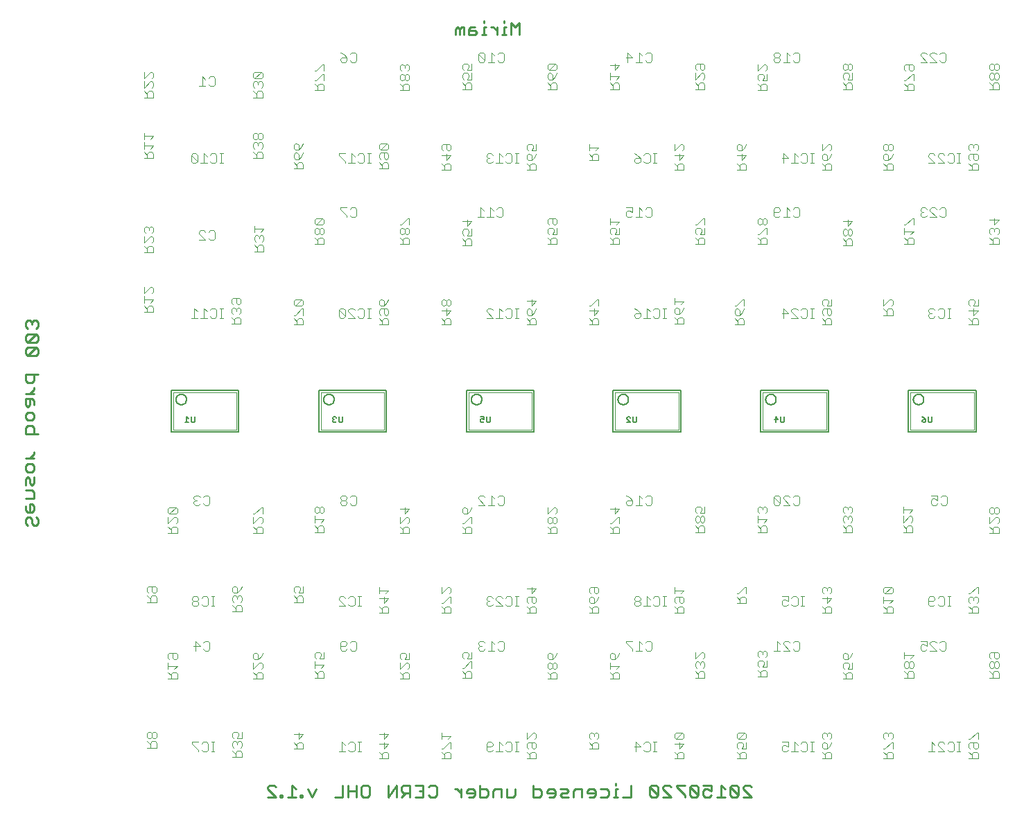
<source format=gbo>
G75*
%MOIN*%
%OFA0B0*%
%FSLAX25Y25*%
%IPPOS*%
%LPD*%
%AMOC8*
5,1,8,0,0,1.08239X$1,22.5*
%
%ADD10C,0.01100*%
%ADD11C,0.00800*%
%ADD12C,0.00200*%
%ADD13C,0.00600*%
%ADD14C,0.00400*%
D10*
X0195745Y0058986D02*
X0199682Y0058986D01*
X0195745Y0062923D01*
X0195745Y0063907D01*
X0196730Y0064891D01*
X0198698Y0064891D01*
X0199682Y0063907D01*
X0201921Y0059970D02*
X0201921Y0058986D01*
X0202905Y0058986D01*
X0202905Y0059970D01*
X0201921Y0059970D01*
X0205414Y0058986D02*
X0209350Y0058986D01*
X0207382Y0058986D02*
X0207382Y0064891D01*
X0209350Y0062923D01*
X0211589Y0059970D02*
X0211589Y0058986D01*
X0212573Y0058986D01*
X0212573Y0059970D01*
X0211589Y0059970D01*
X0215082Y0062923D02*
X0217050Y0058986D01*
X0219019Y0062923D01*
X0227973Y0058986D02*
X0231910Y0058986D01*
X0231910Y0064891D01*
X0234418Y0064891D02*
X0234418Y0058986D01*
X0234418Y0061939D02*
X0238355Y0061939D01*
X0238355Y0064891D02*
X0238355Y0058986D01*
X0240864Y0059970D02*
X0240864Y0063907D01*
X0241848Y0064891D01*
X0243816Y0064891D01*
X0244801Y0063907D01*
X0244801Y0059970D01*
X0243816Y0058986D01*
X0241848Y0058986D01*
X0240864Y0059970D01*
X0253755Y0058986D02*
X0253755Y0064891D01*
X0257692Y0064891D02*
X0253755Y0058986D01*
X0257692Y0058986D02*
X0257692Y0064891D01*
X0260200Y0063907D02*
X0260200Y0061939D01*
X0261185Y0060955D01*
X0264137Y0060955D01*
X0262169Y0060955D02*
X0260200Y0058986D01*
X0264137Y0058986D02*
X0264137Y0064891D01*
X0261185Y0064891D01*
X0260200Y0063907D01*
X0266646Y0064891D02*
X0270583Y0064891D01*
X0270583Y0058986D01*
X0266646Y0058986D01*
X0268614Y0061939D02*
X0270583Y0061939D01*
X0273091Y0063907D02*
X0274076Y0064891D01*
X0276044Y0064891D01*
X0277028Y0063907D01*
X0277028Y0059970D01*
X0276044Y0058986D01*
X0274076Y0058986D01*
X0273091Y0059970D01*
X0285892Y0062923D02*
X0286876Y0062923D01*
X0288845Y0060955D01*
X0288845Y0062923D02*
X0288845Y0058986D01*
X0291354Y0060955D02*
X0295290Y0060955D01*
X0295290Y0061939D02*
X0294306Y0062923D01*
X0292338Y0062923D01*
X0291354Y0061939D01*
X0291354Y0060955D01*
X0292338Y0058986D02*
X0294306Y0058986D01*
X0295290Y0059970D01*
X0295290Y0061939D01*
X0297799Y0062923D02*
X0300752Y0062923D01*
X0301736Y0061939D01*
X0301736Y0059970D01*
X0300752Y0058986D01*
X0297799Y0058986D01*
X0297799Y0064891D01*
X0304245Y0061939D02*
X0304245Y0058986D01*
X0304245Y0061939D02*
X0305229Y0062923D01*
X0308181Y0062923D01*
X0308181Y0058986D01*
X0310690Y0058986D02*
X0310690Y0062923D01*
X0310690Y0058986D02*
X0313643Y0058986D01*
X0314627Y0059970D01*
X0314627Y0062923D01*
X0323581Y0062923D02*
X0326534Y0062923D01*
X0327518Y0061939D01*
X0327518Y0059970D01*
X0326534Y0058986D01*
X0323581Y0058986D01*
X0323581Y0064891D01*
X0330027Y0061939D02*
X0330027Y0060955D01*
X0333963Y0060955D01*
X0333963Y0061939D02*
X0332979Y0062923D01*
X0331011Y0062923D01*
X0330027Y0061939D01*
X0331011Y0058986D02*
X0332979Y0058986D01*
X0333963Y0059970D01*
X0333963Y0061939D01*
X0336472Y0062923D02*
X0339425Y0062923D01*
X0340409Y0061939D01*
X0339425Y0060955D01*
X0337456Y0060955D01*
X0336472Y0059970D01*
X0337456Y0058986D01*
X0340409Y0058986D01*
X0342918Y0058986D02*
X0342918Y0061939D01*
X0343902Y0062923D01*
X0346854Y0062923D01*
X0346854Y0058986D01*
X0349363Y0060955D02*
X0353300Y0060955D01*
X0353300Y0061939D02*
X0352316Y0062923D01*
X0350347Y0062923D01*
X0349363Y0061939D01*
X0349363Y0060955D01*
X0350347Y0058986D02*
X0352316Y0058986D01*
X0353300Y0059970D01*
X0353300Y0061939D01*
X0355809Y0062923D02*
X0358761Y0062923D01*
X0359745Y0061939D01*
X0359745Y0059970D01*
X0358761Y0058986D01*
X0355809Y0058986D01*
X0362074Y0058986D02*
X0364042Y0058986D01*
X0363058Y0058986D02*
X0363058Y0062923D01*
X0364042Y0062923D01*
X0363058Y0064891D02*
X0363058Y0065875D01*
X0370488Y0064891D02*
X0370488Y0058986D01*
X0366551Y0058986D01*
X0379442Y0059970D02*
X0379442Y0063907D01*
X0383379Y0059970D01*
X0382395Y0058986D01*
X0380426Y0058986D01*
X0379442Y0059970D01*
X0383379Y0059970D02*
X0383379Y0063907D01*
X0382395Y0064891D01*
X0380426Y0064891D01*
X0379442Y0063907D01*
X0385888Y0063907D02*
X0386872Y0064891D01*
X0388840Y0064891D01*
X0389824Y0063907D01*
X0392333Y0063907D02*
X0396270Y0059970D01*
X0396270Y0058986D01*
X0398779Y0059970D02*
X0399763Y0058986D01*
X0401731Y0058986D01*
X0402715Y0059970D01*
X0398779Y0063907D01*
X0398779Y0059970D01*
X0402715Y0059970D02*
X0402715Y0063907D01*
X0401731Y0064891D01*
X0399763Y0064891D01*
X0398779Y0063907D01*
X0396270Y0064891D02*
X0392333Y0064891D01*
X0392333Y0063907D01*
X0389824Y0058986D02*
X0385888Y0062923D01*
X0385888Y0063907D01*
X0385888Y0058986D02*
X0389824Y0058986D01*
X0405224Y0059970D02*
X0406208Y0058986D01*
X0408177Y0058986D01*
X0409161Y0059970D01*
X0409161Y0061939D02*
X0407192Y0062923D01*
X0406208Y0062923D01*
X0405224Y0061939D01*
X0405224Y0059970D01*
X0409161Y0061939D02*
X0409161Y0064891D01*
X0405224Y0064891D01*
X0413638Y0064891D02*
X0413638Y0058986D01*
X0415606Y0058986D02*
X0411670Y0058986D01*
X0415606Y0062923D02*
X0413638Y0064891D01*
X0418115Y0063907D02*
X0418115Y0059970D01*
X0419099Y0058986D01*
X0421068Y0058986D01*
X0422052Y0059970D01*
X0418115Y0063907D01*
X0419099Y0064891D01*
X0421068Y0064891D01*
X0422052Y0063907D01*
X0422052Y0059970D01*
X0424561Y0058986D02*
X0428497Y0058986D01*
X0424561Y0062923D01*
X0424561Y0063907D01*
X0425545Y0064891D01*
X0427513Y0064891D01*
X0428497Y0063907D01*
X0085269Y0190764D02*
X0084285Y0189780D01*
X0083301Y0189780D01*
X0082317Y0190764D01*
X0082317Y0192732D01*
X0081333Y0193717D01*
X0080348Y0193717D01*
X0079364Y0192732D01*
X0079364Y0190764D01*
X0080348Y0189780D01*
X0085269Y0190764D02*
X0085269Y0192732D01*
X0084285Y0193717D01*
X0082317Y0196225D02*
X0083301Y0197210D01*
X0083301Y0199178D01*
X0082317Y0200162D01*
X0081333Y0200162D01*
X0081333Y0196225D01*
X0082317Y0196225D02*
X0080348Y0196225D01*
X0079364Y0197210D01*
X0079364Y0199178D01*
X0079364Y0202671D02*
X0083301Y0202671D01*
X0083301Y0205623D01*
X0082317Y0206608D01*
X0079364Y0206608D01*
X0079364Y0209116D02*
X0079364Y0212069D01*
X0080348Y0213053D01*
X0081333Y0212069D01*
X0081333Y0210101D01*
X0082317Y0209116D01*
X0083301Y0210101D01*
X0083301Y0213053D01*
X0082317Y0215562D02*
X0080348Y0215562D01*
X0079364Y0216546D01*
X0079364Y0218514D01*
X0080348Y0219499D01*
X0082317Y0219499D01*
X0083301Y0218514D01*
X0083301Y0216546D01*
X0082317Y0215562D01*
X0083301Y0222007D02*
X0079364Y0222007D01*
X0081333Y0222007D02*
X0083301Y0223976D01*
X0083301Y0224960D01*
X0083301Y0233824D02*
X0083301Y0236777D01*
X0082317Y0237761D01*
X0080348Y0237761D01*
X0079364Y0236777D01*
X0079364Y0233824D01*
X0085269Y0233824D01*
X0082317Y0240270D02*
X0080348Y0240270D01*
X0079364Y0241254D01*
X0079364Y0243222D01*
X0080348Y0244206D01*
X0082317Y0244206D01*
X0083301Y0243222D01*
X0083301Y0241254D01*
X0082317Y0240270D01*
X0080348Y0246715D02*
X0081333Y0247699D01*
X0081333Y0250652D01*
X0082317Y0250652D02*
X0079364Y0250652D01*
X0079364Y0247699D01*
X0080348Y0246715D01*
X0083301Y0247699D02*
X0083301Y0249668D01*
X0082317Y0250652D01*
X0083301Y0253161D02*
X0079364Y0253161D01*
X0081333Y0253161D02*
X0083301Y0255129D01*
X0083301Y0256113D01*
X0082317Y0258532D02*
X0083301Y0259516D01*
X0083301Y0262469D01*
X0085269Y0262469D02*
X0079364Y0262469D01*
X0079364Y0259516D01*
X0080348Y0258532D01*
X0082317Y0258532D01*
X0084285Y0271423D02*
X0085269Y0272407D01*
X0085269Y0274375D01*
X0084285Y0275360D01*
X0080348Y0271423D01*
X0079364Y0272407D01*
X0079364Y0274375D01*
X0080348Y0275360D01*
X0084285Y0275360D01*
X0084285Y0277868D02*
X0085269Y0278853D01*
X0085269Y0280821D01*
X0084285Y0281805D01*
X0080348Y0277868D01*
X0079364Y0278853D01*
X0079364Y0280821D01*
X0080348Y0281805D01*
X0084285Y0281805D01*
X0084285Y0284314D02*
X0085269Y0285298D01*
X0085269Y0287266D01*
X0084285Y0288251D01*
X0083301Y0288251D01*
X0082317Y0287266D01*
X0081333Y0288251D01*
X0080348Y0288251D01*
X0079364Y0287266D01*
X0079364Y0285298D01*
X0080348Y0284314D01*
X0082317Y0286282D02*
X0082317Y0287266D01*
X0084285Y0277868D02*
X0080348Y0277868D01*
X0080348Y0271423D02*
X0084285Y0271423D01*
X0286011Y0425600D02*
X0286011Y0428553D01*
X0286996Y0429537D01*
X0287980Y0428553D01*
X0287980Y0425600D01*
X0289948Y0425600D02*
X0289948Y0429537D01*
X0288964Y0429537D01*
X0287980Y0428553D01*
X0292457Y0428553D02*
X0293441Y0429537D01*
X0295409Y0429537D01*
X0295409Y0427569D02*
X0292457Y0427569D01*
X0292457Y0428553D02*
X0292457Y0425600D01*
X0295409Y0425600D01*
X0296394Y0426585D01*
X0295409Y0427569D01*
X0298722Y0425600D02*
X0300691Y0425600D01*
X0299706Y0425600D02*
X0299706Y0429537D01*
X0300691Y0429537D01*
X0299706Y0431505D02*
X0299706Y0432490D01*
X0303109Y0429537D02*
X0304093Y0429537D01*
X0306062Y0427569D01*
X0306062Y0429537D02*
X0306062Y0425600D01*
X0308390Y0425600D02*
X0310359Y0425600D01*
X0309375Y0425600D02*
X0309375Y0429537D01*
X0310359Y0429537D01*
X0309375Y0431505D02*
X0309375Y0432490D01*
X0312868Y0431505D02*
X0312868Y0425600D01*
X0316804Y0425600D02*
X0316804Y0431505D01*
X0314836Y0429537D01*
X0312868Y0431505D01*
D11*
X0323851Y0254847D02*
X0291347Y0254847D01*
X0291347Y0234879D01*
X0323851Y0234879D01*
X0323851Y0254847D01*
X0293749Y0250363D02*
X0293751Y0250462D01*
X0293757Y0250562D01*
X0293767Y0250661D01*
X0293781Y0250759D01*
X0293798Y0250857D01*
X0293820Y0250954D01*
X0293845Y0251050D01*
X0293874Y0251145D01*
X0293907Y0251239D01*
X0293944Y0251331D01*
X0293984Y0251422D01*
X0294028Y0251511D01*
X0294076Y0251599D01*
X0294127Y0251684D01*
X0294181Y0251767D01*
X0294238Y0251849D01*
X0294299Y0251927D01*
X0294363Y0252004D01*
X0294429Y0252077D01*
X0294499Y0252148D01*
X0294571Y0252216D01*
X0294646Y0252282D01*
X0294724Y0252344D01*
X0294804Y0252403D01*
X0294886Y0252459D01*
X0294970Y0252511D01*
X0295057Y0252560D01*
X0295145Y0252606D01*
X0295235Y0252648D01*
X0295327Y0252687D01*
X0295420Y0252722D01*
X0295514Y0252753D01*
X0295610Y0252780D01*
X0295707Y0252803D01*
X0295804Y0252823D01*
X0295902Y0252839D01*
X0296001Y0252851D01*
X0296100Y0252859D01*
X0296199Y0252863D01*
X0296299Y0252863D01*
X0296398Y0252859D01*
X0296497Y0252851D01*
X0296596Y0252839D01*
X0296694Y0252823D01*
X0296791Y0252803D01*
X0296888Y0252780D01*
X0296984Y0252753D01*
X0297078Y0252722D01*
X0297171Y0252687D01*
X0297263Y0252648D01*
X0297353Y0252606D01*
X0297441Y0252560D01*
X0297528Y0252511D01*
X0297612Y0252459D01*
X0297694Y0252403D01*
X0297774Y0252344D01*
X0297852Y0252282D01*
X0297927Y0252216D01*
X0297999Y0252148D01*
X0298069Y0252077D01*
X0298135Y0252004D01*
X0298199Y0251927D01*
X0298260Y0251849D01*
X0298317Y0251767D01*
X0298371Y0251684D01*
X0298422Y0251599D01*
X0298470Y0251511D01*
X0298514Y0251422D01*
X0298554Y0251331D01*
X0298591Y0251239D01*
X0298624Y0251145D01*
X0298653Y0251050D01*
X0298678Y0250954D01*
X0298700Y0250857D01*
X0298717Y0250759D01*
X0298731Y0250661D01*
X0298741Y0250562D01*
X0298747Y0250462D01*
X0298749Y0250363D01*
X0298747Y0250264D01*
X0298741Y0250164D01*
X0298731Y0250065D01*
X0298717Y0249967D01*
X0298700Y0249869D01*
X0298678Y0249772D01*
X0298653Y0249676D01*
X0298624Y0249581D01*
X0298591Y0249487D01*
X0298554Y0249395D01*
X0298514Y0249304D01*
X0298470Y0249215D01*
X0298422Y0249127D01*
X0298371Y0249042D01*
X0298317Y0248959D01*
X0298260Y0248877D01*
X0298199Y0248799D01*
X0298135Y0248722D01*
X0298069Y0248649D01*
X0297999Y0248578D01*
X0297927Y0248510D01*
X0297852Y0248444D01*
X0297774Y0248382D01*
X0297694Y0248323D01*
X0297612Y0248267D01*
X0297528Y0248215D01*
X0297441Y0248166D01*
X0297353Y0248120D01*
X0297263Y0248078D01*
X0297171Y0248039D01*
X0297078Y0248004D01*
X0296984Y0247973D01*
X0296888Y0247946D01*
X0296791Y0247923D01*
X0296694Y0247903D01*
X0296596Y0247887D01*
X0296497Y0247875D01*
X0296398Y0247867D01*
X0296299Y0247863D01*
X0296199Y0247863D01*
X0296100Y0247867D01*
X0296001Y0247875D01*
X0295902Y0247887D01*
X0295804Y0247903D01*
X0295707Y0247923D01*
X0295610Y0247946D01*
X0295514Y0247973D01*
X0295420Y0248004D01*
X0295327Y0248039D01*
X0295235Y0248078D01*
X0295145Y0248120D01*
X0295057Y0248166D01*
X0294970Y0248215D01*
X0294886Y0248267D01*
X0294804Y0248323D01*
X0294724Y0248382D01*
X0294646Y0248444D01*
X0294571Y0248510D01*
X0294499Y0248578D01*
X0294429Y0248649D01*
X0294363Y0248722D01*
X0294299Y0248799D01*
X0294238Y0248877D01*
X0294181Y0248959D01*
X0294127Y0249042D01*
X0294076Y0249127D01*
X0294028Y0249215D01*
X0293984Y0249304D01*
X0293944Y0249395D01*
X0293907Y0249487D01*
X0293874Y0249581D01*
X0293845Y0249676D01*
X0293820Y0249772D01*
X0293798Y0249869D01*
X0293781Y0249967D01*
X0293767Y0250065D01*
X0293757Y0250164D01*
X0293751Y0250264D01*
X0293749Y0250363D01*
X0252851Y0254847D02*
X0252851Y0234879D01*
X0220347Y0234879D01*
X0220347Y0254847D01*
X0252851Y0254847D01*
X0222749Y0250363D02*
X0222751Y0250462D01*
X0222757Y0250562D01*
X0222767Y0250661D01*
X0222781Y0250759D01*
X0222798Y0250857D01*
X0222820Y0250954D01*
X0222845Y0251050D01*
X0222874Y0251145D01*
X0222907Y0251239D01*
X0222944Y0251331D01*
X0222984Y0251422D01*
X0223028Y0251511D01*
X0223076Y0251599D01*
X0223127Y0251684D01*
X0223181Y0251767D01*
X0223238Y0251849D01*
X0223299Y0251927D01*
X0223363Y0252004D01*
X0223429Y0252077D01*
X0223499Y0252148D01*
X0223571Y0252216D01*
X0223646Y0252282D01*
X0223724Y0252344D01*
X0223804Y0252403D01*
X0223886Y0252459D01*
X0223970Y0252511D01*
X0224057Y0252560D01*
X0224145Y0252606D01*
X0224235Y0252648D01*
X0224327Y0252687D01*
X0224420Y0252722D01*
X0224514Y0252753D01*
X0224610Y0252780D01*
X0224707Y0252803D01*
X0224804Y0252823D01*
X0224902Y0252839D01*
X0225001Y0252851D01*
X0225100Y0252859D01*
X0225199Y0252863D01*
X0225299Y0252863D01*
X0225398Y0252859D01*
X0225497Y0252851D01*
X0225596Y0252839D01*
X0225694Y0252823D01*
X0225791Y0252803D01*
X0225888Y0252780D01*
X0225984Y0252753D01*
X0226078Y0252722D01*
X0226171Y0252687D01*
X0226263Y0252648D01*
X0226353Y0252606D01*
X0226441Y0252560D01*
X0226528Y0252511D01*
X0226612Y0252459D01*
X0226694Y0252403D01*
X0226774Y0252344D01*
X0226852Y0252282D01*
X0226927Y0252216D01*
X0226999Y0252148D01*
X0227069Y0252077D01*
X0227135Y0252004D01*
X0227199Y0251927D01*
X0227260Y0251849D01*
X0227317Y0251767D01*
X0227371Y0251684D01*
X0227422Y0251599D01*
X0227470Y0251511D01*
X0227514Y0251422D01*
X0227554Y0251331D01*
X0227591Y0251239D01*
X0227624Y0251145D01*
X0227653Y0251050D01*
X0227678Y0250954D01*
X0227700Y0250857D01*
X0227717Y0250759D01*
X0227731Y0250661D01*
X0227741Y0250562D01*
X0227747Y0250462D01*
X0227749Y0250363D01*
X0227747Y0250264D01*
X0227741Y0250164D01*
X0227731Y0250065D01*
X0227717Y0249967D01*
X0227700Y0249869D01*
X0227678Y0249772D01*
X0227653Y0249676D01*
X0227624Y0249581D01*
X0227591Y0249487D01*
X0227554Y0249395D01*
X0227514Y0249304D01*
X0227470Y0249215D01*
X0227422Y0249127D01*
X0227371Y0249042D01*
X0227317Y0248959D01*
X0227260Y0248877D01*
X0227199Y0248799D01*
X0227135Y0248722D01*
X0227069Y0248649D01*
X0226999Y0248578D01*
X0226927Y0248510D01*
X0226852Y0248444D01*
X0226774Y0248382D01*
X0226694Y0248323D01*
X0226612Y0248267D01*
X0226528Y0248215D01*
X0226441Y0248166D01*
X0226353Y0248120D01*
X0226263Y0248078D01*
X0226171Y0248039D01*
X0226078Y0248004D01*
X0225984Y0247973D01*
X0225888Y0247946D01*
X0225791Y0247923D01*
X0225694Y0247903D01*
X0225596Y0247887D01*
X0225497Y0247875D01*
X0225398Y0247867D01*
X0225299Y0247863D01*
X0225199Y0247863D01*
X0225100Y0247867D01*
X0225001Y0247875D01*
X0224902Y0247887D01*
X0224804Y0247903D01*
X0224707Y0247923D01*
X0224610Y0247946D01*
X0224514Y0247973D01*
X0224420Y0248004D01*
X0224327Y0248039D01*
X0224235Y0248078D01*
X0224145Y0248120D01*
X0224057Y0248166D01*
X0223970Y0248215D01*
X0223886Y0248267D01*
X0223804Y0248323D01*
X0223724Y0248382D01*
X0223646Y0248444D01*
X0223571Y0248510D01*
X0223499Y0248578D01*
X0223429Y0248649D01*
X0223363Y0248722D01*
X0223299Y0248799D01*
X0223238Y0248877D01*
X0223181Y0248959D01*
X0223127Y0249042D01*
X0223076Y0249127D01*
X0223028Y0249215D01*
X0222984Y0249304D01*
X0222944Y0249395D01*
X0222907Y0249487D01*
X0222874Y0249581D01*
X0222845Y0249676D01*
X0222820Y0249772D01*
X0222798Y0249869D01*
X0222781Y0249967D01*
X0222767Y0250065D01*
X0222757Y0250164D01*
X0222751Y0250264D01*
X0222749Y0250363D01*
X0181851Y0254847D02*
X0181851Y0234879D01*
X0149347Y0234879D01*
X0149347Y0254847D01*
X0181851Y0254847D01*
X0151749Y0250363D02*
X0151751Y0250462D01*
X0151757Y0250562D01*
X0151767Y0250661D01*
X0151781Y0250759D01*
X0151798Y0250857D01*
X0151820Y0250954D01*
X0151845Y0251050D01*
X0151874Y0251145D01*
X0151907Y0251239D01*
X0151944Y0251331D01*
X0151984Y0251422D01*
X0152028Y0251511D01*
X0152076Y0251599D01*
X0152127Y0251684D01*
X0152181Y0251767D01*
X0152238Y0251849D01*
X0152299Y0251927D01*
X0152363Y0252004D01*
X0152429Y0252077D01*
X0152499Y0252148D01*
X0152571Y0252216D01*
X0152646Y0252282D01*
X0152724Y0252344D01*
X0152804Y0252403D01*
X0152886Y0252459D01*
X0152970Y0252511D01*
X0153057Y0252560D01*
X0153145Y0252606D01*
X0153235Y0252648D01*
X0153327Y0252687D01*
X0153420Y0252722D01*
X0153514Y0252753D01*
X0153610Y0252780D01*
X0153707Y0252803D01*
X0153804Y0252823D01*
X0153902Y0252839D01*
X0154001Y0252851D01*
X0154100Y0252859D01*
X0154199Y0252863D01*
X0154299Y0252863D01*
X0154398Y0252859D01*
X0154497Y0252851D01*
X0154596Y0252839D01*
X0154694Y0252823D01*
X0154791Y0252803D01*
X0154888Y0252780D01*
X0154984Y0252753D01*
X0155078Y0252722D01*
X0155171Y0252687D01*
X0155263Y0252648D01*
X0155353Y0252606D01*
X0155441Y0252560D01*
X0155528Y0252511D01*
X0155612Y0252459D01*
X0155694Y0252403D01*
X0155774Y0252344D01*
X0155852Y0252282D01*
X0155927Y0252216D01*
X0155999Y0252148D01*
X0156069Y0252077D01*
X0156135Y0252004D01*
X0156199Y0251927D01*
X0156260Y0251849D01*
X0156317Y0251767D01*
X0156371Y0251684D01*
X0156422Y0251599D01*
X0156470Y0251511D01*
X0156514Y0251422D01*
X0156554Y0251331D01*
X0156591Y0251239D01*
X0156624Y0251145D01*
X0156653Y0251050D01*
X0156678Y0250954D01*
X0156700Y0250857D01*
X0156717Y0250759D01*
X0156731Y0250661D01*
X0156741Y0250562D01*
X0156747Y0250462D01*
X0156749Y0250363D01*
X0156747Y0250264D01*
X0156741Y0250164D01*
X0156731Y0250065D01*
X0156717Y0249967D01*
X0156700Y0249869D01*
X0156678Y0249772D01*
X0156653Y0249676D01*
X0156624Y0249581D01*
X0156591Y0249487D01*
X0156554Y0249395D01*
X0156514Y0249304D01*
X0156470Y0249215D01*
X0156422Y0249127D01*
X0156371Y0249042D01*
X0156317Y0248959D01*
X0156260Y0248877D01*
X0156199Y0248799D01*
X0156135Y0248722D01*
X0156069Y0248649D01*
X0155999Y0248578D01*
X0155927Y0248510D01*
X0155852Y0248444D01*
X0155774Y0248382D01*
X0155694Y0248323D01*
X0155612Y0248267D01*
X0155528Y0248215D01*
X0155441Y0248166D01*
X0155353Y0248120D01*
X0155263Y0248078D01*
X0155171Y0248039D01*
X0155078Y0248004D01*
X0154984Y0247973D01*
X0154888Y0247946D01*
X0154791Y0247923D01*
X0154694Y0247903D01*
X0154596Y0247887D01*
X0154497Y0247875D01*
X0154398Y0247867D01*
X0154299Y0247863D01*
X0154199Y0247863D01*
X0154100Y0247867D01*
X0154001Y0247875D01*
X0153902Y0247887D01*
X0153804Y0247903D01*
X0153707Y0247923D01*
X0153610Y0247946D01*
X0153514Y0247973D01*
X0153420Y0248004D01*
X0153327Y0248039D01*
X0153235Y0248078D01*
X0153145Y0248120D01*
X0153057Y0248166D01*
X0152970Y0248215D01*
X0152886Y0248267D01*
X0152804Y0248323D01*
X0152724Y0248382D01*
X0152646Y0248444D01*
X0152571Y0248510D01*
X0152499Y0248578D01*
X0152429Y0248649D01*
X0152363Y0248722D01*
X0152299Y0248799D01*
X0152238Y0248877D01*
X0152181Y0248959D01*
X0152127Y0249042D01*
X0152076Y0249127D01*
X0152028Y0249215D01*
X0151984Y0249304D01*
X0151944Y0249395D01*
X0151907Y0249487D01*
X0151874Y0249581D01*
X0151845Y0249676D01*
X0151820Y0249772D01*
X0151798Y0249869D01*
X0151781Y0249967D01*
X0151767Y0250065D01*
X0151757Y0250164D01*
X0151751Y0250264D01*
X0151749Y0250363D01*
X0361847Y0254847D02*
X0361847Y0234879D01*
X0394351Y0234879D01*
X0394351Y0254847D01*
X0361847Y0254847D01*
X0364249Y0250363D02*
X0364251Y0250462D01*
X0364257Y0250562D01*
X0364267Y0250661D01*
X0364281Y0250759D01*
X0364298Y0250857D01*
X0364320Y0250954D01*
X0364345Y0251050D01*
X0364374Y0251145D01*
X0364407Y0251239D01*
X0364444Y0251331D01*
X0364484Y0251422D01*
X0364528Y0251511D01*
X0364576Y0251599D01*
X0364627Y0251684D01*
X0364681Y0251767D01*
X0364738Y0251849D01*
X0364799Y0251927D01*
X0364863Y0252004D01*
X0364929Y0252077D01*
X0364999Y0252148D01*
X0365071Y0252216D01*
X0365146Y0252282D01*
X0365224Y0252344D01*
X0365304Y0252403D01*
X0365386Y0252459D01*
X0365470Y0252511D01*
X0365557Y0252560D01*
X0365645Y0252606D01*
X0365735Y0252648D01*
X0365827Y0252687D01*
X0365920Y0252722D01*
X0366014Y0252753D01*
X0366110Y0252780D01*
X0366207Y0252803D01*
X0366304Y0252823D01*
X0366402Y0252839D01*
X0366501Y0252851D01*
X0366600Y0252859D01*
X0366699Y0252863D01*
X0366799Y0252863D01*
X0366898Y0252859D01*
X0366997Y0252851D01*
X0367096Y0252839D01*
X0367194Y0252823D01*
X0367291Y0252803D01*
X0367388Y0252780D01*
X0367484Y0252753D01*
X0367578Y0252722D01*
X0367671Y0252687D01*
X0367763Y0252648D01*
X0367853Y0252606D01*
X0367941Y0252560D01*
X0368028Y0252511D01*
X0368112Y0252459D01*
X0368194Y0252403D01*
X0368274Y0252344D01*
X0368352Y0252282D01*
X0368427Y0252216D01*
X0368499Y0252148D01*
X0368569Y0252077D01*
X0368635Y0252004D01*
X0368699Y0251927D01*
X0368760Y0251849D01*
X0368817Y0251767D01*
X0368871Y0251684D01*
X0368922Y0251599D01*
X0368970Y0251511D01*
X0369014Y0251422D01*
X0369054Y0251331D01*
X0369091Y0251239D01*
X0369124Y0251145D01*
X0369153Y0251050D01*
X0369178Y0250954D01*
X0369200Y0250857D01*
X0369217Y0250759D01*
X0369231Y0250661D01*
X0369241Y0250562D01*
X0369247Y0250462D01*
X0369249Y0250363D01*
X0369247Y0250264D01*
X0369241Y0250164D01*
X0369231Y0250065D01*
X0369217Y0249967D01*
X0369200Y0249869D01*
X0369178Y0249772D01*
X0369153Y0249676D01*
X0369124Y0249581D01*
X0369091Y0249487D01*
X0369054Y0249395D01*
X0369014Y0249304D01*
X0368970Y0249215D01*
X0368922Y0249127D01*
X0368871Y0249042D01*
X0368817Y0248959D01*
X0368760Y0248877D01*
X0368699Y0248799D01*
X0368635Y0248722D01*
X0368569Y0248649D01*
X0368499Y0248578D01*
X0368427Y0248510D01*
X0368352Y0248444D01*
X0368274Y0248382D01*
X0368194Y0248323D01*
X0368112Y0248267D01*
X0368028Y0248215D01*
X0367941Y0248166D01*
X0367853Y0248120D01*
X0367763Y0248078D01*
X0367671Y0248039D01*
X0367578Y0248004D01*
X0367484Y0247973D01*
X0367388Y0247946D01*
X0367291Y0247923D01*
X0367194Y0247903D01*
X0367096Y0247887D01*
X0366997Y0247875D01*
X0366898Y0247867D01*
X0366799Y0247863D01*
X0366699Y0247863D01*
X0366600Y0247867D01*
X0366501Y0247875D01*
X0366402Y0247887D01*
X0366304Y0247903D01*
X0366207Y0247923D01*
X0366110Y0247946D01*
X0366014Y0247973D01*
X0365920Y0248004D01*
X0365827Y0248039D01*
X0365735Y0248078D01*
X0365645Y0248120D01*
X0365557Y0248166D01*
X0365470Y0248215D01*
X0365386Y0248267D01*
X0365304Y0248323D01*
X0365224Y0248382D01*
X0365146Y0248444D01*
X0365071Y0248510D01*
X0364999Y0248578D01*
X0364929Y0248649D01*
X0364863Y0248722D01*
X0364799Y0248799D01*
X0364738Y0248877D01*
X0364681Y0248959D01*
X0364627Y0249042D01*
X0364576Y0249127D01*
X0364528Y0249215D01*
X0364484Y0249304D01*
X0364444Y0249395D01*
X0364407Y0249487D01*
X0364374Y0249581D01*
X0364345Y0249676D01*
X0364320Y0249772D01*
X0364298Y0249869D01*
X0364281Y0249967D01*
X0364267Y0250065D01*
X0364257Y0250164D01*
X0364251Y0250264D01*
X0364249Y0250363D01*
X0432847Y0254847D02*
X0432847Y0234879D01*
X0465351Y0234879D01*
X0465351Y0254847D01*
X0432847Y0254847D01*
X0435249Y0250363D02*
X0435251Y0250462D01*
X0435257Y0250562D01*
X0435267Y0250661D01*
X0435281Y0250759D01*
X0435298Y0250857D01*
X0435320Y0250954D01*
X0435345Y0251050D01*
X0435374Y0251145D01*
X0435407Y0251239D01*
X0435444Y0251331D01*
X0435484Y0251422D01*
X0435528Y0251511D01*
X0435576Y0251599D01*
X0435627Y0251684D01*
X0435681Y0251767D01*
X0435738Y0251849D01*
X0435799Y0251927D01*
X0435863Y0252004D01*
X0435929Y0252077D01*
X0435999Y0252148D01*
X0436071Y0252216D01*
X0436146Y0252282D01*
X0436224Y0252344D01*
X0436304Y0252403D01*
X0436386Y0252459D01*
X0436470Y0252511D01*
X0436557Y0252560D01*
X0436645Y0252606D01*
X0436735Y0252648D01*
X0436827Y0252687D01*
X0436920Y0252722D01*
X0437014Y0252753D01*
X0437110Y0252780D01*
X0437207Y0252803D01*
X0437304Y0252823D01*
X0437402Y0252839D01*
X0437501Y0252851D01*
X0437600Y0252859D01*
X0437699Y0252863D01*
X0437799Y0252863D01*
X0437898Y0252859D01*
X0437997Y0252851D01*
X0438096Y0252839D01*
X0438194Y0252823D01*
X0438291Y0252803D01*
X0438388Y0252780D01*
X0438484Y0252753D01*
X0438578Y0252722D01*
X0438671Y0252687D01*
X0438763Y0252648D01*
X0438853Y0252606D01*
X0438941Y0252560D01*
X0439028Y0252511D01*
X0439112Y0252459D01*
X0439194Y0252403D01*
X0439274Y0252344D01*
X0439352Y0252282D01*
X0439427Y0252216D01*
X0439499Y0252148D01*
X0439569Y0252077D01*
X0439635Y0252004D01*
X0439699Y0251927D01*
X0439760Y0251849D01*
X0439817Y0251767D01*
X0439871Y0251684D01*
X0439922Y0251599D01*
X0439970Y0251511D01*
X0440014Y0251422D01*
X0440054Y0251331D01*
X0440091Y0251239D01*
X0440124Y0251145D01*
X0440153Y0251050D01*
X0440178Y0250954D01*
X0440200Y0250857D01*
X0440217Y0250759D01*
X0440231Y0250661D01*
X0440241Y0250562D01*
X0440247Y0250462D01*
X0440249Y0250363D01*
X0440247Y0250264D01*
X0440241Y0250164D01*
X0440231Y0250065D01*
X0440217Y0249967D01*
X0440200Y0249869D01*
X0440178Y0249772D01*
X0440153Y0249676D01*
X0440124Y0249581D01*
X0440091Y0249487D01*
X0440054Y0249395D01*
X0440014Y0249304D01*
X0439970Y0249215D01*
X0439922Y0249127D01*
X0439871Y0249042D01*
X0439817Y0248959D01*
X0439760Y0248877D01*
X0439699Y0248799D01*
X0439635Y0248722D01*
X0439569Y0248649D01*
X0439499Y0248578D01*
X0439427Y0248510D01*
X0439352Y0248444D01*
X0439274Y0248382D01*
X0439194Y0248323D01*
X0439112Y0248267D01*
X0439028Y0248215D01*
X0438941Y0248166D01*
X0438853Y0248120D01*
X0438763Y0248078D01*
X0438671Y0248039D01*
X0438578Y0248004D01*
X0438484Y0247973D01*
X0438388Y0247946D01*
X0438291Y0247923D01*
X0438194Y0247903D01*
X0438096Y0247887D01*
X0437997Y0247875D01*
X0437898Y0247867D01*
X0437799Y0247863D01*
X0437699Y0247863D01*
X0437600Y0247867D01*
X0437501Y0247875D01*
X0437402Y0247887D01*
X0437304Y0247903D01*
X0437207Y0247923D01*
X0437110Y0247946D01*
X0437014Y0247973D01*
X0436920Y0248004D01*
X0436827Y0248039D01*
X0436735Y0248078D01*
X0436645Y0248120D01*
X0436557Y0248166D01*
X0436470Y0248215D01*
X0436386Y0248267D01*
X0436304Y0248323D01*
X0436224Y0248382D01*
X0436146Y0248444D01*
X0436071Y0248510D01*
X0435999Y0248578D01*
X0435929Y0248649D01*
X0435863Y0248722D01*
X0435799Y0248799D01*
X0435738Y0248877D01*
X0435681Y0248959D01*
X0435627Y0249042D01*
X0435576Y0249127D01*
X0435528Y0249215D01*
X0435484Y0249304D01*
X0435444Y0249395D01*
X0435407Y0249487D01*
X0435374Y0249581D01*
X0435345Y0249676D01*
X0435320Y0249772D01*
X0435298Y0249869D01*
X0435281Y0249967D01*
X0435267Y0250065D01*
X0435257Y0250164D01*
X0435251Y0250264D01*
X0435249Y0250363D01*
X0503847Y0254847D02*
X0503847Y0234879D01*
X0536351Y0234879D01*
X0536351Y0254847D01*
X0503847Y0254847D01*
X0506249Y0250363D02*
X0506251Y0250462D01*
X0506257Y0250562D01*
X0506267Y0250661D01*
X0506281Y0250759D01*
X0506298Y0250857D01*
X0506320Y0250954D01*
X0506345Y0251050D01*
X0506374Y0251145D01*
X0506407Y0251239D01*
X0506444Y0251331D01*
X0506484Y0251422D01*
X0506528Y0251511D01*
X0506576Y0251599D01*
X0506627Y0251684D01*
X0506681Y0251767D01*
X0506738Y0251849D01*
X0506799Y0251927D01*
X0506863Y0252004D01*
X0506929Y0252077D01*
X0506999Y0252148D01*
X0507071Y0252216D01*
X0507146Y0252282D01*
X0507224Y0252344D01*
X0507304Y0252403D01*
X0507386Y0252459D01*
X0507470Y0252511D01*
X0507557Y0252560D01*
X0507645Y0252606D01*
X0507735Y0252648D01*
X0507827Y0252687D01*
X0507920Y0252722D01*
X0508014Y0252753D01*
X0508110Y0252780D01*
X0508207Y0252803D01*
X0508304Y0252823D01*
X0508402Y0252839D01*
X0508501Y0252851D01*
X0508600Y0252859D01*
X0508699Y0252863D01*
X0508799Y0252863D01*
X0508898Y0252859D01*
X0508997Y0252851D01*
X0509096Y0252839D01*
X0509194Y0252823D01*
X0509291Y0252803D01*
X0509388Y0252780D01*
X0509484Y0252753D01*
X0509578Y0252722D01*
X0509671Y0252687D01*
X0509763Y0252648D01*
X0509853Y0252606D01*
X0509941Y0252560D01*
X0510028Y0252511D01*
X0510112Y0252459D01*
X0510194Y0252403D01*
X0510274Y0252344D01*
X0510352Y0252282D01*
X0510427Y0252216D01*
X0510499Y0252148D01*
X0510569Y0252077D01*
X0510635Y0252004D01*
X0510699Y0251927D01*
X0510760Y0251849D01*
X0510817Y0251767D01*
X0510871Y0251684D01*
X0510922Y0251599D01*
X0510970Y0251511D01*
X0511014Y0251422D01*
X0511054Y0251331D01*
X0511091Y0251239D01*
X0511124Y0251145D01*
X0511153Y0251050D01*
X0511178Y0250954D01*
X0511200Y0250857D01*
X0511217Y0250759D01*
X0511231Y0250661D01*
X0511241Y0250562D01*
X0511247Y0250462D01*
X0511249Y0250363D01*
X0511247Y0250264D01*
X0511241Y0250164D01*
X0511231Y0250065D01*
X0511217Y0249967D01*
X0511200Y0249869D01*
X0511178Y0249772D01*
X0511153Y0249676D01*
X0511124Y0249581D01*
X0511091Y0249487D01*
X0511054Y0249395D01*
X0511014Y0249304D01*
X0510970Y0249215D01*
X0510922Y0249127D01*
X0510871Y0249042D01*
X0510817Y0248959D01*
X0510760Y0248877D01*
X0510699Y0248799D01*
X0510635Y0248722D01*
X0510569Y0248649D01*
X0510499Y0248578D01*
X0510427Y0248510D01*
X0510352Y0248444D01*
X0510274Y0248382D01*
X0510194Y0248323D01*
X0510112Y0248267D01*
X0510028Y0248215D01*
X0509941Y0248166D01*
X0509853Y0248120D01*
X0509763Y0248078D01*
X0509671Y0248039D01*
X0509578Y0248004D01*
X0509484Y0247973D01*
X0509388Y0247946D01*
X0509291Y0247923D01*
X0509194Y0247903D01*
X0509096Y0247887D01*
X0508997Y0247875D01*
X0508898Y0247867D01*
X0508799Y0247863D01*
X0508699Y0247863D01*
X0508600Y0247867D01*
X0508501Y0247875D01*
X0508402Y0247887D01*
X0508304Y0247903D01*
X0508207Y0247923D01*
X0508110Y0247946D01*
X0508014Y0247973D01*
X0507920Y0248004D01*
X0507827Y0248039D01*
X0507735Y0248078D01*
X0507645Y0248120D01*
X0507557Y0248166D01*
X0507470Y0248215D01*
X0507386Y0248267D01*
X0507304Y0248323D01*
X0507224Y0248382D01*
X0507146Y0248444D01*
X0507071Y0248510D01*
X0506999Y0248578D01*
X0506929Y0248649D01*
X0506863Y0248722D01*
X0506799Y0248799D01*
X0506738Y0248877D01*
X0506681Y0248959D01*
X0506627Y0249042D01*
X0506576Y0249127D01*
X0506528Y0249215D01*
X0506484Y0249304D01*
X0506444Y0249395D01*
X0506407Y0249487D01*
X0506374Y0249581D01*
X0506345Y0249676D01*
X0506320Y0249772D01*
X0506298Y0249869D01*
X0506281Y0249967D01*
X0506267Y0250065D01*
X0506257Y0250164D01*
X0506251Y0250264D01*
X0506249Y0250363D01*
D12*
X0504847Y0253863D02*
X0504847Y0235863D01*
X0535351Y0235863D01*
X0535351Y0253863D01*
X0504847Y0253863D01*
X0464351Y0253863D02*
X0464351Y0235863D01*
X0433847Y0235863D01*
X0433847Y0253863D01*
X0464351Y0253863D01*
X0393351Y0253863D02*
X0393351Y0235863D01*
X0362847Y0235863D01*
X0362847Y0253863D01*
X0393351Y0253863D01*
X0322851Y0253863D02*
X0322851Y0235863D01*
X0292347Y0235863D01*
X0292347Y0253863D01*
X0322851Y0253863D01*
X0251851Y0253863D02*
X0251851Y0235863D01*
X0221347Y0235863D01*
X0221347Y0253863D01*
X0251851Y0253863D01*
X0180851Y0253863D02*
X0180851Y0235863D01*
X0150347Y0235863D01*
X0150347Y0253863D01*
X0180851Y0253863D01*
D13*
X0160692Y0241965D02*
X0160692Y0239797D01*
X0160259Y0239363D01*
X0159391Y0239363D01*
X0158957Y0239797D01*
X0158957Y0241965D01*
X0157746Y0241098D02*
X0156878Y0241965D01*
X0156878Y0239363D01*
X0156011Y0239363D02*
X0157746Y0239363D01*
X0227011Y0239797D02*
X0227445Y0239363D01*
X0228312Y0239363D01*
X0228746Y0239797D01*
X0229957Y0239797D02*
X0229957Y0241965D01*
X0228746Y0241532D02*
X0228312Y0241965D01*
X0227445Y0241965D01*
X0227011Y0241532D01*
X0227011Y0241098D01*
X0227445Y0240664D01*
X0227011Y0240230D01*
X0227011Y0239797D01*
X0227445Y0240664D02*
X0227878Y0240664D01*
X0229957Y0239797D02*
X0230391Y0239363D01*
X0231259Y0239363D01*
X0231692Y0239797D01*
X0231692Y0241965D01*
X0298011Y0241965D02*
X0299746Y0241965D01*
X0299746Y0240664D01*
X0298878Y0241098D01*
X0298445Y0241098D01*
X0298011Y0240664D01*
X0298011Y0239797D01*
X0298445Y0239363D01*
X0299312Y0239363D01*
X0299746Y0239797D01*
X0300957Y0239797D02*
X0300957Y0241965D01*
X0302692Y0241965D02*
X0302692Y0239797D01*
X0302259Y0239363D01*
X0301391Y0239363D01*
X0300957Y0239797D01*
X0368511Y0239363D02*
X0370246Y0239363D01*
X0368511Y0241098D01*
X0368511Y0241532D01*
X0368945Y0241965D01*
X0369812Y0241965D01*
X0370246Y0241532D01*
X0371457Y0241965D02*
X0371457Y0239797D01*
X0371891Y0239363D01*
X0372759Y0239363D01*
X0373192Y0239797D01*
X0373192Y0241965D01*
X0439511Y0240664D02*
X0441246Y0240664D01*
X0439945Y0241965D01*
X0439945Y0239363D01*
X0442457Y0239797D02*
X0442457Y0241965D01*
X0444192Y0241965D02*
X0444192Y0239797D01*
X0443759Y0239363D01*
X0442891Y0239363D01*
X0442457Y0239797D01*
X0510511Y0239797D02*
X0510511Y0240230D01*
X0510945Y0240664D01*
X0512246Y0240664D01*
X0512246Y0239797D01*
X0511812Y0239363D01*
X0510945Y0239363D01*
X0510511Y0239797D01*
X0511378Y0241532D02*
X0512246Y0240664D01*
X0511378Y0241532D02*
X0510511Y0241965D01*
X0513457Y0241965D02*
X0513457Y0239797D01*
X0513891Y0239363D01*
X0514759Y0239363D01*
X0515192Y0239797D01*
X0515192Y0241965D01*
D14*
X0142403Y0082855D02*
X0137799Y0082855D01*
X0139334Y0082855D02*
X0139334Y0085157D01*
X0140101Y0085924D01*
X0141636Y0085924D01*
X0142403Y0085157D01*
X0142403Y0082855D01*
X0139334Y0084390D02*
X0137799Y0085924D01*
X0138567Y0087459D02*
X0139334Y0087459D01*
X0140101Y0088226D01*
X0140101Y0089761D01*
X0139334Y0090528D01*
X0138567Y0090528D01*
X0137799Y0089761D01*
X0137799Y0088226D01*
X0138567Y0087459D01*
X0140101Y0088226D02*
X0140868Y0087459D01*
X0141636Y0087459D01*
X0142403Y0088226D01*
X0142403Y0089761D01*
X0141636Y0090528D01*
X0140868Y0090528D01*
X0140101Y0089761D01*
X0159434Y0085667D02*
X0159434Y0084900D01*
X0162503Y0081830D01*
X0162503Y0081063D01*
X0164038Y0081830D02*
X0164805Y0081063D01*
X0166340Y0081063D01*
X0167107Y0081830D01*
X0167107Y0084900D01*
X0166340Y0085667D01*
X0164805Y0085667D01*
X0164038Y0084900D01*
X0162503Y0085667D02*
X0159434Y0085667D01*
X0168642Y0085667D02*
X0170176Y0085667D01*
X0169409Y0085667D02*
X0169409Y0081063D01*
X0170176Y0081063D02*
X0168642Y0081063D01*
X0178799Y0081320D02*
X0180334Y0079786D01*
X0180334Y0080553D02*
X0180334Y0078251D01*
X0178799Y0078251D02*
X0183403Y0078251D01*
X0183403Y0080553D01*
X0182636Y0081320D01*
X0181101Y0081320D01*
X0180334Y0080553D01*
X0179567Y0082855D02*
X0178799Y0083622D01*
X0178799Y0085157D01*
X0179567Y0085924D01*
X0180334Y0085924D01*
X0181101Y0085157D01*
X0181101Y0084390D01*
X0181101Y0085157D02*
X0181868Y0085924D01*
X0182636Y0085924D01*
X0183403Y0085157D01*
X0183403Y0083622D01*
X0182636Y0082855D01*
X0183403Y0087459D02*
X0181101Y0087459D01*
X0181868Y0088994D01*
X0181868Y0089761D01*
X0181101Y0090528D01*
X0179567Y0090528D01*
X0178799Y0089761D01*
X0178799Y0088226D01*
X0179567Y0087459D01*
X0183403Y0087459D02*
X0183403Y0090528D01*
X0208299Y0089261D02*
X0212903Y0089261D01*
X0210601Y0086959D01*
X0210601Y0090028D01*
X0210601Y0085424D02*
X0209834Y0084657D01*
X0209834Y0082355D01*
X0209834Y0083890D02*
X0208299Y0085424D01*
X0210601Y0085424D02*
X0212136Y0085424D01*
X0212903Y0084657D01*
X0212903Y0082355D01*
X0208299Y0082355D01*
X0229934Y0081063D02*
X0233003Y0081063D01*
X0231469Y0081063D02*
X0231469Y0085667D01*
X0233003Y0084132D01*
X0234538Y0084900D02*
X0235305Y0085667D01*
X0236840Y0085667D01*
X0237607Y0084900D01*
X0237607Y0081830D01*
X0236840Y0081063D01*
X0235305Y0081063D01*
X0234538Y0081830D01*
X0239142Y0081063D02*
X0240676Y0081063D01*
X0239909Y0081063D02*
X0239909Y0085667D01*
X0240676Y0085667D02*
X0239142Y0085667D01*
X0249299Y0084657D02*
X0253903Y0084657D01*
X0251601Y0082355D01*
X0251601Y0085424D01*
X0251601Y0086959D02*
X0251601Y0090028D01*
X0249299Y0089261D02*
X0253903Y0089261D01*
X0251601Y0086959D01*
X0251601Y0080820D02*
X0250834Y0080053D01*
X0250834Y0077751D01*
X0249299Y0077751D02*
X0253903Y0077751D01*
X0253903Y0080053D01*
X0253136Y0080820D01*
X0251601Y0080820D01*
X0250834Y0079286D02*
X0249299Y0080820D01*
X0279299Y0080820D02*
X0280834Y0079286D01*
X0280834Y0080053D02*
X0280834Y0077751D01*
X0279299Y0077751D02*
X0283903Y0077751D01*
X0283903Y0080053D01*
X0283136Y0080820D01*
X0281601Y0080820D01*
X0280834Y0080053D01*
X0280067Y0082355D02*
X0279299Y0082355D01*
X0280067Y0082355D02*
X0283136Y0085424D01*
X0283903Y0085424D01*
X0283903Y0082355D01*
X0282368Y0086959D02*
X0283903Y0088494D01*
X0279299Y0088494D01*
X0279299Y0090028D02*
X0279299Y0086959D01*
X0300934Y0084900D02*
X0300934Y0081830D01*
X0301701Y0081063D01*
X0303236Y0081063D01*
X0304003Y0081830D01*
X0305538Y0081063D02*
X0308607Y0081063D01*
X0307072Y0081063D02*
X0307072Y0085667D01*
X0308607Y0084132D01*
X0310142Y0084900D02*
X0310909Y0085667D01*
X0312444Y0085667D01*
X0313211Y0084900D01*
X0313211Y0081830D01*
X0312444Y0081063D01*
X0310909Y0081063D01*
X0310142Y0081830D01*
X0314746Y0081063D02*
X0316280Y0081063D01*
X0315513Y0081063D02*
X0315513Y0085667D01*
X0316280Y0085667D02*
X0314746Y0085667D01*
X0320299Y0084657D02*
X0321067Y0085424D01*
X0324136Y0085424D01*
X0324903Y0084657D01*
X0324903Y0083122D01*
X0324136Y0082355D01*
X0323368Y0082355D01*
X0322601Y0083122D01*
X0322601Y0085424D01*
X0324136Y0086959D02*
X0324903Y0087726D01*
X0324903Y0089261D01*
X0324136Y0090028D01*
X0323368Y0090028D01*
X0320299Y0086959D01*
X0320299Y0090028D01*
X0320299Y0084657D02*
X0320299Y0083122D01*
X0321067Y0082355D01*
X0320299Y0080820D02*
X0321834Y0079286D01*
X0321834Y0080053D02*
X0321834Y0077751D01*
X0320299Y0077751D02*
X0324903Y0077751D01*
X0324903Y0080053D01*
X0324136Y0080820D01*
X0322601Y0080820D01*
X0321834Y0080053D01*
X0304003Y0084132D02*
X0303236Y0083365D01*
X0300934Y0083365D01*
X0300934Y0084900D02*
X0301701Y0085667D01*
X0303236Y0085667D01*
X0304003Y0084900D01*
X0304003Y0084132D01*
X0350299Y0085424D02*
X0351834Y0083890D01*
X0351834Y0084657D02*
X0351834Y0082355D01*
X0350299Y0082355D02*
X0354903Y0082355D01*
X0354903Y0084657D01*
X0354136Y0085424D01*
X0352601Y0085424D01*
X0351834Y0084657D01*
X0351067Y0086959D02*
X0350299Y0087726D01*
X0350299Y0089261D01*
X0351067Y0090028D01*
X0351834Y0090028D01*
X0352601Y0089261D01*
X0352601Y0088494D01*
X0352601Y0089261D02*
X0353368Y0090028D01*
X0354136Y0090028D01*
X0354903Y0089261D01*
X0354903Y0087726D01*
X0354136Y0086959D01*
X0371934Y0083365D02*
X0375003Y0083365D01*
X0372701Y0085667D01*
X0372701Y0081063D01*
X0376538Y0081830D02*
X0377305Y0081063D01*
X0378840Y0081063D01*
X0379607Y0081830D01*
X0379607Y0084900D01*
X0378840Y0085667D01*
X0377305Y0085667D01*
X0376538Y0084900D01*
X0381142Y0085667D02*
X0382676Y0085667D01*
X0381909Y0085667D02*
X0381909Y0081063D01*
X0382676Y0081063D02*
X0381142Y0081063D01*
X0391299Y0080820D02*
X0392834Y0079286D01*
X0392834Y0080053D02*
X0392834Y0077751D01*
X0391299Y0077751D02*
X0395903Y0077751D01*
X0395903Y0080053D01*
X0395136Y0080820D01*
X0393601Y0080820D01*
X0392834Y0080053D01*
X0393601Y0082355D02*
X0393601Y0085424D01*
X0392067Y0086959D02*
X0395136Y0090028D01*
X0392067Y0090028D01*
X0391299Y0089261D01*
X0391299Y0087726D01*
X0392067Y0086959D01*
X0395136Y0086959D01*
X0395903Y0087726D01*
X0395903Y0089261D01*
X0395136Y0090028D01*
X0395903Y0084657D02*
X0391299Y0084657D01*
X0393601Y0082355D02*
X0395903Y0084657D01*
X0421299Y0084657D02*
X0421299Y0083122D01*
X0422067Y0082355D01*
X0423601Y0082355D02*
X0424368Y0083890D01*
X0424368Y0084657D01*
X0423601Y0085424D01*
X0422067Y0085424D01*
X0421299Y0084657D01*
X0422067Y0086959D02*
X0421299Y0087726D01*
X0421299Y0089261D01*
X0422067Y0090028D01*
X0425136Y0090028D01*
X0422067Y0086959D01*
X0425136Y0086959D01*
X0425903Y0087726D01*
X0425903Y0089261D01*
X0425136Y0090028D01*
X0425903Y0085424D02*
X0425903Y0082355D01*
X0423601Y0082355D01*
X0423601Y0080820D02*
X0422834Y0080053D01*
X0422834Y0077751D01*
X0421299Y0077751D02*
X0425903Y0077751D01*
X0425903Y0080053D01*
X0425136Y0080820D01*
X0423601Y0080820D01*
X0422834Y0079286D02*
X0421299Y0080820D01*
X0442934Y0081830D02*
X0443701Y0081063D01*
X0445236Y0081063D01*
X0446003Y0081830D01*
X0446003Y0083365D02*
X0444469Y0084132D01*
X0443701Y0084132D01*
X0442934Y0083365D01*
X0442934Y0081830D01*
X0446003Y0083365D02*
X0446003Y0085667D01*
X0442934Y0085667D01*
X0449072Y0085667D02*
X0449072Y0081063D01*
X0447538Y0081063D02*
X0450607Y0081063D01*
X0452142Y0081830D02*
X0452909Y0081063D01*
X0454444Y0081063D01*
X0455211Y0081830D01*
X0455211Y0084900D01*
X0454444Y0085667D01*
X0452909Y0085667D01*
X0452142Y0084900D01*
X0450607Y0084132D02*
X0449072Y0085667D01*
X0456746Y0085667D02*
X0458280Y0085667D01*
X0457513Y0085667D02*
X0457513Y0081063D01*
X0458280Y0081063D02*
X0456746Y0081063D01*
X0462299Y0080820D02*
X0463834Y0079286D01*
X0463834Y0080053D02*
X0463834Y0077751D01*
X0462299Y0077751D02*
X0466903Y0077751D01*
X0466903Y0080053D01*
X0466136Y0080820D01*
X0464601Y0080820D01*
X0463834Y0080053D01*
X0464601Y0082355D02*
X0463067Y0082355D01*
X0462299Y0083122D01*
X0462299Y0084657D01*
X0463067Y0085424D01*
X0463834Y0085424D01*
X0464601Y0084657D01*
X0464601Y0082355D01*
X0466136Y0083890D01*
X0466903Y0085424D01*
X0466136Y0086959D02*
X0466903Y0087726D01*
X0466903Y0089261D01*
X0466136Y0090028D01*
X0465368Y0090028D01*
X0464601Y0089261D01*
X0463834Y0090028D01*
X0463067Y0090028D01*
X0462299Y0089261D01*
X0462299Y0087726D01*
X0463067Y0086959D01*
X0464601Y0088494D02*
X0464601Y0089261D01*
X0491799Y0089261D02*
X0491799Y0087726D01*
X0492567Y0086959D01*
X0494101Y0088494D02*
X0494101Y0089261D01*
X0493334Y0090028D01*
X0492567Y0090028D01*
X0491799Y0089261D01*
X0494101Y0089261D02*
X0494868Y0090028D01*
X0495636Y0090028D01*
X0496403Y0089261D01*
X0496403Y0087726D01*
X0495636Y0086959D01*
X0495636Y0085424D02*
X0492567Y0082355D01*
X0491799Y0082355D01*
X0491799Y0080820D02*
X0493334Y0079286D01*
X0493334Y0080053D02*
X0493334Y0077751D01*
X0491799Y0077751D02*
X0496403Y0077751D01*
X0496403Y0080053D01*
X0495636Y0080820D01*
X0494101Y0080820D01*
X0493334Y0080053D01*
X0496403Y0082355D02*
X0496403Y0085424D01*
X0495636Y0085424D01*
X0513434Y0081063D02*
X0516503Y0081063D01*
X0514969Y0081063D02*
X0514969Y0085667D01*
X0516503Y0084132D01*
X0518038Y0084132D02*
X0518038Y0084900D01*
X0518805Y0085667D01*
X0520340Y0085667D01*
X0521107Y0084900D01*
X0522642Y0084900D02*
X0523409Y0085667D01*
X0524944Y0085667D01*
X0525711Y0084900D01*
X0525711Y0081830D01*
X0524944Y0081063D01*
X0523409Y0081063D01*
X0522642Y0081830D01*
X0521107Y0081063D02*
X0518038Y0084132D01*
X0518038Y0081063D02*
X0521107Y0081063D01*
X0527246Y0081063D02*
X0528780Y0081063D01*
X0528013Y0081063D02*
X0528013Y0085667D01*
X0528780Y0085667D02*
X0527246Y0085667D01*
X0532799Y0084657D02*
X0533567Y0085424D01*
X0536636Y0085424D01*
X0537403Y0084657D01*
X0537403Y0083122D01*
X0536636Y0082355D01*
X0535868Y0082355D01*
X0535101Y0083122D01*
X0535101Y0085424D01*
X0533567Y0086959D02*
X0532799Y0086959D01*
X0533567Y0086959D02*
X0536636Y0090028D01*
X0537403Y0090028D01*
X0537403Y0086959D01*
X0532799Y0084657D02*
X0532799Y0083122D01*
X0533567Y0082355D01*
X0532799Y0080820D02*
X0534334Y0079286D01*
X0534334Y0080053D02*
X0534334Y0077751D01*
X0532799Y0077751D02*
X0537403Y0077751D01*
X0537403Y0080053D01*
X0536636Y0080820D01*
X0535101Y0080820D01*
X0534334Y0080053D01*
X0542799Y0116563D02*
X0547403Y0116563D01*
X0547403Y0118865D01*
X0546636Y0119632D01*
X0545101Y0119632D01*
X0544334Y0118865D01*
X0544334Y0116563D01*
X0544334Y0118098D02*
X0542799Y0119632D01*
X0543567Y0121167D02*
X0544334Y0121167D01*
X0545101Y0121934D01*
X0545101Y0123469D01*
X0544334Y0124236D01*
X0543567Y0124236D01*
X0542799Y0123469D01*
X0542799Y0121934D01*
X0543567Y0121167D01*
X0545101Y0121934D02*
X0545868Y0121167D01*
X0546636Y0121167D01*
X0547403Y0121934D01*
X0547403Y0123469D01*
X0546636Y0124236D01*
X0545868Y0124236D01*
X0545101Y0123469D01*
X0545868Y0125771D02*
X0545101Y0126538D01*
X0545101Y0128840D01*
X0543567Y0128840D02*
X0546636Y0128840D01*
X0547403Y0128073D01*
X0547403Y0126538D01*
X0546636Y0125771D01*
X0545868Y0125771D01*
X0543567Y0125771D02*
X0542799Y0126538D01*
X0542799Y0128073D01*
X0543567Y0128840D01*
X0521899Y0130330D02*
X0521132Y0129563D01*
X0519597Y0129563D01*
X0518830Y0130330D01*
X0517295Y0129563D02*
X0514226Y0132632D01*
X0514226Y0133400D01*
X0514993Y0134167D01*
X0516528Y0134167D01*
X0517295Y0133400D01*
X0518830Y0133400D02*
X0519597Y0134167D01*
X0521132Y0134167D01*
X0521899Y0133400D01*
X0521899Y0130330D01*
X0517295Y0129563D02*
X0514226Y0129563D01*
X0512691Y0130330D02*
X0511924Y0129563D01*
X0510389Y0129563D01*
X0509622Y0130330D01*
X0509622Y0131865D01*
X0510389Y0132632D01*
X0511157Y0132632D01*
X0512691Y0131865D01*
X0512691Y0134167D01*
X0509622Y0134167D01*
X0501799Y0128840D02*
X0501799Y0125771D01*
X0501799Y0127305D02*
X0506403Y0127305D01*
X0504868Y0125771D01*
X0504868Y0124236D02*
X0504101Y0123469D01*
X0504101Y0121934D01*
X0504868Y0121167D01*
X0505636Y0121167D01*
X0506403Y0121934D01*
X0506403Y0123469D01*
X0505636Y0124236D01*
X0504868Y0124236D01*
X0504101Y0123469D02*
X0503334Y0124236D01*
X0502567Y0124236D01*
X0501799Y0123469D01*
X0501799Y0121934D01*
X0502567Y0121167D01*
X0503334Y0121167D01*
X0504101Y0121934D01*
X0504101Y0119632D02*
X0503334Y0118865D01*
X0503334Y0116563D01*
X0503334Y0118098D02*
X0501799Y0119632D01*
X0504101Y0119632D02*
X0505636Y0119632D01*
X0506403Y0118865D01*
X0506403Y0116563D01*
X0501799Y0116563D01*
X0476903Y0116063D02*
X0476903Y0118365D01*
X0476136Y0119132D01*
X0474601Y0119132D01*
X0473834Y0118365D01*
X0473834Y0116063D01*
X0473834Y0117598D02*
X0472299Y0119132D01*
X0473067Y0120667D02*
X0472299Y0121434D01*
X0472299Y0122969D01*
X0473067Y0123736D01*
X0474601Y0123736D01*
X0475368Y0122969D01*
X0475368Y0122202D01*
X0474601Y0120667D01*
X0476903Y0120667D01*
X0476903Y0123736D01*
X0474601Y0125271D02*
X0474601Y0127573D01*
X0473834Y0128340D01*
X0473067Y0128340D01*
X0472299Y0127573D01*
X0472299Y0126038D01*
X0473067Y0125271D01*
X0474601Y0125271D01*
X0476136Y0126805D01*
X0476903Y0128340D01*
X0476903Y0116063D02*
X0472299Y0116063D01*
X0451399Y0130330D02*
X0450632Y0129563D01*
X0449097Y0129563D01*
X0448330Y0130330D01*
X0446795Y0129563D02*
X0443726Y0132632D01*
X0443726Y0133400D01*
X0444493Y0134167D01*
X0446028Y0134167D01*
X0446795Y0133400D01*
X0448330Y0133400D02*
X0449097Y0134167D01*
X0450632Y0134167D01*
X0451399Y0133400D01*
X0451399Y0130330D01*
X0446795Y0129563D02*
X0443726Y0129563D01*
X0442191Y0129563D02*
X0439122Y0129563D01*
X0440657Y0129563D02*
X0440657Y0134167D01*
X0442191Y0132632D01*
X0435903Y0128573D02*
X0435136Y0129340D01*
X0434368Y0129340D01*
X0433601Y0128573D01*
X0432834Y0129340D01*
X0432067Y0129340D01*
X0431299Y0128573D01*
X0431299Y0127038D01*
X0432067Y0126271D01*
X0432067Y0124736D02*
X0431299Y0123969D01*
X0431299Y0122434D01*
X0432067Y0121667D01*
X0433601Y0121667D02*
X0434368Y0123202D01*
X0434368Y0123969D01*
X0433601Y0124736D01*
X0432067Y0124736D01*
X0433601Y0121667D02*
X0435903Y0121667D01*
X0435903Y0124736D01*
X0435136Y0126271D02*
X0435903Y0127038D01*
X0435903Y0128573D01*
X0433601Y0128573D02*
X0433601Y0127805D01*
X0433601Y0120132D02*
X0432834Y0119365D01*
X0432834Y0117063D01*
X0432834Y0118598D02*
X0431299Y0120132D01*
X0433601Y0120132D02*
X0435136Y0120132D01*
X0435903Y0119365D01*
X0435903Y0117063D01*
X0431299Y0117063D01*
X0405903Y0116563D02*
X0405903Y0118865D01*
X0405136Y0119632D01*
X0403601Y0119632D01*
X0402834Y0118865D01*
X0402834Y0116563D01*
X0402834Y0118098D02*
X0401299Y0119632D01*
X0402067Y0121167D02*
X0401299Y0121934D01*
X0401299Y0123469D01*
X0402067Y0124236D01*
X0402834Y0124236D01*
X0403601Y0123469D01*
X0403601Y0122702D01*
X0403601Y0123469D02*
X0404368Y0124236D01*
X0405136Y0124236D01*
X0405903Y0123469D01*
X0405903Y0121934D01*
X0405136Y0121167D01*
X0405136Y0125771D02*
X0405903Y0126538D01*
X0405903Y0128073D01*
X0405136Y0128840D01*
X0404368Y0128840D01*
X0401299Y0125771D01*
X0401299Y0128840D01*
X0401299Y0116563D02*
X0405903Y0116563D01*
X0380399Y0130330D02*
X0379632Y0129563D01*
X0378097Y0129563D01*
X0377330Y0130330D01*
X0375795Y0129563D02*
X0372726Y0129563D01*
X0371191Y0129563D02*
X0371191Y0130330D01*
X0368122Y0133400D01*
X0368122Y0134167D01*
X0371191Y0134167D01*
X0374261Y0134167D02*
X0374261Y0129563D01*
X0375795Y0132632D02*
X0374261Y0134167D01*
X0377330Y0133400D02*
X0378097Y0134167D01*
X0379632Y0134167D01*
X0380399Y0133400D01*
X0380399Y0130330D01*
X0364903Y0128340D02*
X0364136Y0126805D01*
X0362601Y0125271D01*
X0362601Y0127573D01*
X0361834Y0128340D01*
X0361067Y0128340D01*
X0360299Y0127573D01*
X0360299Y0126038D01*
X0361067Y0125271D01*
X0362601Y0125271D01*
X0360299Y0123736D02*
X0360299Y0120667D01*
X0360299Y0122202D02*
X0364903Y0122202D01*
X0363368Y0120667D01*
X0362601Y0119132D02*
X0361834Y0118365D01*
X0361834Y0116063D01*
X0361834Y0117598D02*
X0360299Y0119132D01*
X0362601Y0119132D02*
X0364136Y0119132D01*
X0364903Y0118365D01*
X0364903Y0116063D01*
X0360299Y0116063D01*
X0334903Y0116063D02*
X0334903Y0118365D01*
X0334136Y0119132D01*
X0332601Y0119132D01*
X0331834Y0118365D01*
X0331834Y0116063D01*
X0331834Y0117598D02*
X0330299Y0119132D01*
X0331067Y0120667D02*
X0331834Y0120667D01*
X0332601Y0121434D01*
X0332601Y0122969D01*
X0331834Y0123736D01*
X0331067Y0123736D01*
X0330299Y0122969D01*
X0330299Y0121434D01*
X0331067Y0120667D01*
X0332601Y0121434D02*
X0333368Y0120667D01*
X0334136Y0120667D01*
X0334903Y0121434D01*
X0334903Y0122969D01*
X0334136Y0123736D01*
X0333368Y0123736D01*
X0332601Y0122969D01*
X0332601Y0125271D02*
X0332601Y0127573D01*
X0331834Y0128340D01*
X0331067Y0128340D01*
X0330299Y0127573D01*
X0330299Y0126038D01*
X0331067Y0125271D01*
X0332601Y0125271D01*
X0334136Y0126805D01*
X0334903Y0128340D01*
X0334903Y0116063D02*
X0330299Y0116063D01*
X0309399Y0130330D02*
X0308632Y0129563D01*
X0307097Y0129563D01*
X0306330Y0130330D01*
X0304795Y0129563D02*
X0301726Y0129563D01*
X0303261Y0129563D02*
X0303261Y0134167D01*
X0304795Y0132632D01*
X0306330Y0133400D02*
X0307097Y0134167D01*
X0308632Y0134167D01*
X0309399Y0133400D01*
X0309399Y0130330D01*
X0300191Y0130330D02*
X0299424Y0129563D01*
X0297889Y0129563D01*
X0297122Y0130330D01*
X0297122Y0131098D01*
X0297889Y0131865D01*
X0298657Y0131865D01*
X0297889Y0131865D02*
X0297122Y0132632D01*
X0297122Y0133400D01*
X0297889Y0134167D01*
X0299424Y0134167D01*
X0300191Y0133400D01*
X0293903Y0128840D02*
X0293903Y0125771D01*
X0291601Y0125771D01*
X0292368Y0127305D01*
X0292368Y0128073D01*
X0291601Y0128840D01*
X0290067Y0128840D01*
X0289299Y0128073D01*
X0289299Y0126538D01*
X0290067Y0125771D01*
X0293136Y0124236D02*
X0290067Y0121167D01*
X0289299Y0121167D01*
X0289299Y0119632D02*
X0290834Y0118098D01*
X0290834Y0118865D02*
X0290834Y0116563D01*
X0289299Y0116563D02*
X0293903Y0116563D01*
X0293903Y0118865D01*
X0293136Y0119632D01*
X0291601Y0119632D01*
X0290834Y0118865D01*
X0293903Y0121167D02*
X0293903Y0124236D01*
X0293136Y0124236D01*
X0263903Y0125271D02*
X0261601Y0125271D01*
X0262368Y0126805D01*
X0262368Y0127573D01*
X0261601Y0128340D01*
X0260067Y0128340D01*
X0259299Y0127573D01*
X0259299Y0126038D01*
X0260067Y0125271D01*
X0259299Y0123736D02*
X0259299Y0120667D01*
X0262368Y0123736D01*
X0263136Y0123736D01*
X0263903Y0122969D01*
X0263903Y0121434D01*
X0263136Y0120667D01*
X0263136Y0119132D02*
X0261601Y0119132D01*
X0260834Y0118365D01*
X0260834Y0116063D01*
X0260834Y0117598D02*
X0259299Y0119132D01*
X0259299Y0116063D02*
X0263903Y0116063D01*
X0263903Y0118365D01*
X0263136Y0119132D01*
X0263903Y0125271D02*
X0263903Y0128340D01*
X0253903Y0147751D02*
X0249299Y0147751D01*
X0250834Y0147751D02*
X0250834Y0150053D01*
X0251601Y0150820D01*
X0253136Y0150820D01*
X0253903Y0150053D01*
X0253903Y0147751D01*
X0250834Y0149286D02*
X0249299Y0150820D01*
X0251601Y0152355D02*
X0251601Y0155424D01*
X0252368Y0156959D02*
X0253903Y0158494D01*
X0249299Y0158494D01*
X0249299Y0160028D02*
X0249299Y0156959D01*
X0249299Y0154657D02*
X0253903Y0154657D01*
X0251601Y0152355D01*
X0240676Y0151063D02*
X0239142Y0151063D01*
X0239909Y0151063D02*
X0239909Y0155667D01*
X0240676Y0155667D02*
X0239142Y0155667D01*
X0237607Y0154900D02*
X0237607Y0151830D01*
X0236840Y0151063D01*
X0235305Y0151063D01*
X0234538Y0151830D01*
X0233003Y0151063D02*
X0229934Y0154132D01*
X0229934Y0154900D01*
X0230701Y0155667D01*
X0232236Y0155667D01*
X0233003Y0154900D01*
X0234538Y0154900D02*
X0235305Y0155667D01*
X0236840Y0155667D01*
X0237607Y0154900D01*
X0233003Y0151063D02*
X0229934Y0151063D01*
X0212903Y0152855D02*
X0212903Y0155157D01*
X0212136Y0155924D01*
X0210601Y0155924D01*
X0209834Y0155157D01*
X0209834Y0152855D01*
X0209834Y0154390D02*
X0208299Y0155924D01*
X0209067Y0157459D02*
X0208299Y0158226D01*
X0208299Y0159761D01*
X0209067Y0160528D01*
X0210601Y0160528D01*
X0211368Y0159761D01*
X0211368Y0158994D01*
X0210601Y0157459D01*
X0212903Y0157459D01*
X0212903Y0160528D01*
X0212903Y0152855D02*
X0208299Y0152855D01*
X0183403Y0153622D02*
X0183403Y0155157D01*
X0182636Y0155924D01*
X0181868Y0155924D01*
X0181101Y0155157D01*
X0180334Y0155924D01*
X0179567Y0155924D01*
X0178799Y0155157D01*
X0178799Y0153622D01*
X0179567Y0152855D01*
X0178799Y0151320D02*
X0180334Y0149786D01*
X0180334Y0150553D02*
X0180334Y0148251D01*
X0178799Y0148251D02*
X0183403Y0148251D01*
X0183403Y0150553D01*
X0182636Y0151320D01*
X0181101Y0151320D01*
X0180334Y0150553D01*
X0182636Y0152855D02*
X0183403Y0153622D01*
X0181101Y0154390D02*
X0181101Y0155157D01*
X0181101Y0157459D02*
X0181101Y0159761D01*
X0180334Y0160528D01*
X0179567Y0160528D01*
X0178799Y0159761D01*
X0178799Y0158226D01*
X0179567Y0157459D01*
X0181101Y0157459D01*
X0182636Y0158994D01*
X0183403Y0160528D01*
X0170176Y0155667D02*
X0168642Y0155667D01*
X0169409Y0155667D02*
X0169409Y0151063D01*
X0170176Y0151063D02*
X0168642Y0151063D01*
X0167107Y0151830D02*
X0166340Y0151063D01*
X0164805Y0151063D01*
X0164038Y0151830D01*
X0162503Y0151830D02*
X0162503Y0152598D01*
X0161736Y0153365D01*
X0160201Y0153365D01*
X0159434Y0152598D01*
X0159434Y0151830D01*
X0160201Y0151063D01*
X0161736Y0151063D01*
X0162503Y0151830D01*
X0161736Y0153365D02*
X0162503Y0154132D01*
X0162503Y0154900D01*
X0161736Y0155667D01*
X0160201Y0155667D01*
X0159434Y0154900D01*
X0159434Y0154132D01*
X0160201Y0153365D01*
X0164038Y0154900D02*
X0164805Y0155667D01*
X0166340Y0155667D01*
X0167107Y0154900D01*
X0167107Y0151830D01*
X0142403Y0152855D02*
X0142403Y0155157D01*
X0141636Y0155924D01*
X0140101Y0155924D01*
X0139334Y0155157D01*
X0139334Y0152855D01*
X0139334Y0154390D02*
X0137799Y0155924D01*
X0138567Y0157459D02*
X0137799Y0158226D01*
X0137799Y0159761D01*
X0138567Y0160528D01*
X0141636Y0160528D01*
X0142403Y0159761D01*
X0142403Y0158226D01*
X0141636Y0157459D01*
X0140868Y0157459D01*
X0140101Y0158226D01*
X0140101Y0160528D01*
X0137799Y0152855D02*
X0142403Y0152855D01*
X0160993Y0134167D02*
X0163295Y0131865D01*
X0160226Y0131865D01*
X0160993Y0129563D02*
X0160993Y0134167D01*
X0164830Y0133400D02*
X0165597Y0134167D01*
X0167132Y0134167D01*
X0167899Y0133400D01*
X0167899Y0130330D01*
X0167132Y0129563D01*
X0165597Y0129563D01*
X0164830Y0130330D01*
X0152403Y0127573D02*
X0152403Y0126038D01*
X0151636Y0125271D01*
X0150868Y0125271D01*
X0150101Y0126038D01*
X0150101Y0128340D01*
X0148567Y0128340D02*
X0151636Y0128340D01*
X0152403Y0127573D01*
X0148567Y0128340D02*
X0147799Y0127573D01*
X0147799Y0126038D01*
X0148567Y0125271D01*
X0147799Y0123736D02*
X0147799Y0120667D01*
X0147799Y0122202D02*
X0152403Y0122202D01*
X0150868Y0120667D01*
X0150101Y0119132D02*
X0149334Y0118365D01*
X0149334Y0116063D01*
X0149334Y0117598D02*
X0147799Y0119132D01*
X0150101Y0119132D02*
X0151636Y0119132D01*
X0152403Y0118365D01*
X0152403Y0116063D01*
X0147799Y0116063D01*
X0188799Y0116063D02*
X0193403Y0116063D01*
X0193403Y0118365D01*
X0192636Y0119132D01*
X0191101Y0119132D01*
X0190334Y0118365D01*
X0190334Y0116063D01*
X0190334Y0117598D02*
X0188799Y0119132D01*
X0188799Y0120667D02*
X0191868Y0123736D01*
X0192636Y0123736D01*
X0193403Y0122969D01*
X0193403Y0121434D01*
X0192636Y0120667D01*
X0188799Y0120667D02*
X0188799Y0123736D01*
X0189567Y0125271D02*
X0188799Y0126038D01*
X0188799Y0127573D01*
X0189567Y0128340D01*
X0190334Y0128340D01*
X0191101Y0127573D01*
X0191101Y0125271D01*
X0189567Y0125271D01*
X0191101Y0125271D02*
X0192636Y0126805D01*
X0193403Y0128340D01*
X0218299Y0128073D02*
X0218299Y0126538D01*
X0219067Y0125771D01*
X0220601Y0125771D02*
X0221368Y0127305D01*
X0221368Y0128073D01*
X0220601Y0128840D01*
X0219067Y0128840D01*
X0218299Y0128073D01*
X0220601Y0125771D02*
X0222903Y0125771D01*
X0222903Y0128840D01*
X0218299Y0124236D02*
X0218299Y0121167D01*
X0218299Y0122702D02*
X0222903Y0122702D01*
X0221368Y0121167D01*
X0220601Y0119632D02*
X0219834Y0118865D01*
X0219834Y0116563D01*
X0219834Y0118098D02*
X0218299Y0119632D01*
X0220601Y0119632D02*
X0222136Y0119632D01*
X0222903Y0118865D01*
X0222903Y0116563D01*
X0218299Y0116563D01*
X0231493Y0129563D02*
X0230726Y0130330D01*
X0230726Y0133400D01*
X0231493Y0134167D01*
X0233028Y0134167D01*
X0233795Y0133400D01*
X0233795Y0132632D01*
X0233028Y0131865D01*
X0230726Y0131865D01*
X0231493Y0129563D02*
X0233028Y0129563D01*
X0233795Y0130330D01*
X0235330Y0130330D02*
X0236097Y0129563D01*
X0237632Y0129563D01*
X0238399Y0130330D01*
X0238399Y0133400D01*
X0237632Y0134167D01*
X0236097Y0134167D01*
X0235330Y0133400D01*
X0279299Y0147751D02*
X0283903Y0147751D01*
X0283903Y0150053D01*
X0283136Y0150820D01*
X0281601Y0150820D01*
X0280834Y0150053D01*
X0280834Y0147751D01*
X0280834Y0149286D02*
X0279299Y0150820D01*
X0279299Y0152355D02*
X0280067Y0152355D01*
X0283136Y0155424D01*
X0283903Y0155424D01*
X0283903Y0152355D01*
X0283136Y0156959D02*
X0283903Y0157726D01*
X0283903Y0159261D01*
X0283136Y0160028D01*
X0282368Y0160028D01*
X0279299Y0156959D01*
X0279299Y0160028D01*
X0300934Y0154900D02*
X0300934Y0154132D01*
X0301701Y0153365D01*
X0300934Y0152598D01*
X0300934Y0151830D01*
X0301701Y0151063D01*
X0303236Y0151063D01*
X0304003Y0151830D01*
X0305538Y0151063D02*
X0308607Y0151063D01*
X0305538Y0154132D01*
X0305538Y0154900D01*
X0306305Y0155667D01*
X0307840Y0155667D01*
X0308607Y0154900D01*
X0310142Y0154900D02*
X0310909Y0155667D01*
X0312444Y0155667D01*
X0313211Y0154900D01*
X0313211Y0151830D01*
X0312444Y0151063D01*
X0310909Y0151063D01*
X0310142Y0151830D01*
X0314746Y0151063D02*
X0316280Y0151063D01*
X0315513Y0151063D02*
X0315513Y0155667D01*
X0316280Y0155667D02*
X0314746Y0155667D01*
X0320299Y0154657D02*
X0321067Y0155424D01*
X0324136Y0155424D01*
X0324903Y0154657D01*
X0324903Y0153122D01*
X0324136Y0152355D01*
X0323368Y0152355D01*
X0322601Y0153122D01*
X0322601Y0155424D01*
X0322601Y0156959D02*
X0322601Y0160028D01*
X0320299Y0159261D02*
X0324903Y0159261D01*
X0322601Y0156959D01*
X0320299Y0154657D02*
X0320299Y0153122D01*
X0321067Y0152355D01*
X0320299Y0150820D02*
X0321834Y0149286D01*
X0321834Y0150053D02*
X0321834Y0147751D01*
X0320299Y0147751D02*
X0324903Y0147751D01*
X0324903Y0150053D01*
X0324136Y0150820D01*
X0322601Y0150820D01*
X0321834Y0150053D01*
X0304003Y0154900D02*
X0303236Y0155667D01*
X0301701Y0155667D01*
X0300934Y0154900D01*
X0301701Y0153365D02*
X0302469Y0153365D01*
X0350299Y0153122D02*
X0350299Y0154657D01*
X0351067Y0155424D01*
X0351834Y0155424D01*
X0352601Y0154657D01*
X0352601Y0152355D01*
X0351067Y0152355D01*
X0350299Y0153122D01*
X0350299Y0150820D02*
X0351834Y0149286D01*
X0351834Y0150053D02*
X0351834Y0147751D01*
X0350299Y0147751D02*
X0354903Y0147751D01*
X0354903Y0150053D01*
X0354136Y0150820D01*
X0352601Y0150820D01*
X0351834Y0150053D01*
X0352601Y0152355D02*
X0354136Y0153890D01*
X0354903Y0155424D01*
X0354136Y0156959D02*
X0353368Y0156959D01*
X0352601Y0157726D01*
X0352601Y0160028D01*
X0351067Y0160028D02*
X0354136Y0160028D01*
X0354903Y0159261D01*
X0354903Y0157726D01*
X0354136Y0156959D01*
X0351067Y0156959D02*
X0350299Y0157726D01*
X0350299Y0159261D01*
X0351067Y0160028D01*
X0371934Y0154900D02*
X0371934Y0154132D01*
X0372701Y0153365D01*
X0374236Y0153365D01*
X0375003Y0154132D01*
X0375003Y0154900D01*
X0374236Y0155667D01*
X0372701Y0155667D01*
X0371934Y0154900D01*
X0372701Y0153365D02*
X0371934Y0152598D01*
X0371934Y0151830D01*
X0372701Y0151063D01*
X0374236Y0151063D01*
X0375003Y0151830D01*
X0375003Y0152598D01*
X0374236Y0153365D01*
X0376538Y0151063D02*
X0379607Y0151063D01*
X0378072Y0151063D02*
X0378072Y0155667D01*
X0379607Y0154132D01*
X0381142Y0154900D02*
X0381909Y0155667D01*
X0383444Y0155667D01*
X0384211Y0154900D01*
X0384211Y0151830D01*
X0383444Y0151063D01*
X0381909Y0151063D01*
X0381142Y0151830D01*
X0385746Y0151063D02*
X0387280Y0151063D01*
X0386513Y0151063D02*
X0386513Y0155667D01*
X0387280Y0155667D02*
X0385746Y0155667D01*
X0391299Y0154657D02*
X0392067Y0155424D01*
X0395136Y0155424D01*
X0395903Y0154657D01*
X0395903Y0153122D01*
X0395136Y0152355D01*
X0394368Y0152355D01*
X0393601Y0153122D01*
X0393601Y0155424D01*
X0394368Y0156959D02*
X0395903Y0158494D01*
X0391299Y0158494D01*
X0391299Y0160028D02*
X0391299Y0156959D01*
X0391299Y0154657D02*
X0391299Y0153122D01*
X0392067Y0152355D01*
X0391299Y0150820D02*
X0392834Y0149286D01*
X0392834Y0150053D02*
X0392834Y0147751D01*
X0391299Y0147751D02*
X0395903Y0147751D01*
X0395903Y0150053D01*
X0395136Y0150820D01*
X0393601Y0150820D01*
X0392834Y0150053D01*
X0421299Y0152355D02*
X0425903Y0152355D01*
X0425903Y0154657D01*
X0425136Y0155424D01*
X0423601Y0155424D01*
X0422834Y0154657D01*
X0422834Y0152355D01*
X0422834Y0153890D02*
X0421299Y0155424D01*
X0421299Y0156959D02*
X0422067Y0156959D01*
X0425136Y0160028D01*
X0425903Y0160028D01*
X0425903Y0156959D01*
X0442934Y0155667D02*
X0446003Y0155667D01*
X0446003Y0153365D01*
X0444469Y0154132D01*
X0443701Y0154132D01*
X0442934Y0153365D01*
X0442934Y0151830D01*
X0443701Y0151063D01*
X0445236Y0151063D01*
X0446003Y0151830D01*
X0447538Y0151830D02*
X0448305Y0151063D01*
X0449840Y0151063D01*
X0450607Y0151830D01*
X0450607Y0154900D01*
X0449840Y0155667D01*
X0448305Y0155667D01*
X0447538Y0154900D01*
X0452142Y0155667D02*
X0453676Y0155667D01*
X0452909Y0155667D02*
X0452909Y0151063D01*
X0453676Y0151063D02*
X0452142Y0151063D01*
X0462299Y0150820D02*
X0463834Y0149286D01*
X0463834Y0150053D02*
X0463834Y0147751D01*
X0462299Y0147751D02*
X0466903Y0147751D01*
X0466903Y0150053D01*
X0466136Y0150820D01*
X0464601Y0150820D01*
X0463834Y0150053D01*
X0464601Y0152355D02*
X0464601Y0155424D01*
X0463067Y0156959D02*
X0462299Y0157726D01*
X0462299Y0159261D01*
X0463067Y0160028D01*
X0463834Y0160028D01*
X0464601Y0159261D01*
X0464601Y0158494D01*
X0464601Y0159261D02*
X0465368Y0160028D01*
X0466136Y0160028D01*
X0466903Y0159261D01*
X0466903Y0157726D01*
X0466136Y0156959D01*
X0466903Y0154657D02*
X0462299Y0154657D01*
X0464601Y0152355D02*
X0466903Y0154657D01*
X0491799Y0153890D02*
X0496403Y0153890D01*
X0494868Y0152355D01*
X0494101Y0150820D02*
X0493334Y0150053D01*
X0493334Y0147751D01*
X0491799Y0147751D02*
X0496403Y0147751D01*
X0496403Y0150053D01*
X0495636Y0150820D01*
X0494101Y0150820D01*
X0493334Y0149286D02*
X0491799Y0150820D01*
X0491799Y0152355D02*
X0491799Y0155424D01*
X0492567Y0156959D02*
X0491799Y0157726D01*
X0491799Y0159261D01*
X0492567Y0160028D01*
X0495636Y0160028D01*
X0492567Y0156959D01*
X0495636Y0156959D01*
X0496403Y0157726D01*
X0496403Y0159261D01*
X0495636Y0160028D01*
X0513434Y0154900D02*
X0514201Y0155667D01*
X0515736Y0155667D01*
X0516503Y0154900D01*
X0516503Y0154132D01*
X0515736Y0153365D01*
X0513434Y0153365D01*
X0513434Y0151830D02*
X0513434Y0154900D01*
X0513434Y0151830D02*
X0514201Y0151063D01*
X0515736Y0151063D01*
X0516503Y0151830D01*
X0518038Y0151830D02*
X0518805Y0151063D01*
X0520340Y0151063D01*
X0521107Y0151830D01*
X0521107Y0154900D01*
X0520340Y0155667D01*
X0518805Y0155667D01*
X0518038Y0154900D01*
X0522642Y0155667D02*
X0524176Y0155667D01*
X0523409Y0155667D02*
X0523409Y0151063D01*
X0524176Y0151063D02*
X0522642Y0151063D01*
X0532799Y0150820D02*
X0534334Y0149286D01*
X0534334Y0150053D02*
X0534334Y0147751D01*
X0532799Y0147751D02*
X0537403Y0147751D01*
X0537403Y0150053D01*
X0536636Y0150820D01*
X0535101Y0150820D01*
X0534334Y0150053D01*
X0533567Y0152355D02*
X0532799Y0153122D01*
X0532799Y0154657D01*
X0533567Y0155424D01*
X0534334Y0155424D01*
X0535101Y0154657D01*
X0535101Y0153890D01*
X0535101Y0154657D02*
X0535868Y0155424D01*
X0536636Y0155424D01*
X0537403Y0154657D01*
X0537403Y0153122D01*
X0536636Y0152355D01*
X0537403Y0156959D02*
X0537403Y0160028D01*
X0536636Y0160028D01*
X0533567Y0156959D01*
X0532799Y0156959D01*
X0542799Y0186063D02*
X0547403Y0186063D01*
X0547403Y0188365D01*
X0546636Y0189132D01*
X0545101Y0189132D01*
X0544334Y0188365D01*
X0544334Y0186063D01*
X0544334Y0187598D02*
X0542799Y0189132D01*
X0542799Y0190667D02*
X0545868Y0193736D01*
X0546636Y0193736D01*
X0547403Y0192969D01*
X0547403Y0191434D01*
X0546636Y0190667D01*
X0542799Y0190667D02*
X0542799Y0193736D01*
X0543567Y0195271D02*
X0544334Y0195271D01*
X0545101Y0196038D01*
X0545101Y0197573D01*
X0544334Y0198340D01*
X0543567Y0198340D01*
X0542799Y0197573D01*
X0542799Y0196038D01*
X0543567Y0195271D01*
X0545101Y0196038D02*
X0545868Y0195271D01*
X0546636Y0195271D01*
X0547403Y0196038D01*
X0547403Y0197573D01*
X0546636Y0198340D01*
X0545868Y0198340D01*
X0545101Y0197573D01*
X0522399Y0200330D02*
X0521632Y0199563D01*
X0520097Y0199563D01*
X0519330Y0200330D01*
X0517795Y0200330D02*
X0517028Y0199563D01*
X0515493Y0199563D01*
X0514726Y0200330D01*
X0514726Y0201865D01*
X0515493Y0202632D01*
X0516261Y0202632D01*
X0517795Y0201865D01*
X0517795Y0204167D01*
X0514726Y0204167D01*
X0519330Y0203400D02*
X0520097Y0204167D01*
X0521632Y0204167D01*
X0522399Y0203400D01*
X0522399Y0200330D01*
X0505903Y0197305D02*
X0501299Y0197305D01*
X0501299Y0195771D02*
X0501299Y0198840D01*
X0504368Y0195771D02*
X0505903Y0197305D01*
X0505136Y0194236D02*
X0505903Y0193469D01*
X0505903Y0191934D01*
X0505136Y0191167D01*
X0505136Y0189632D02*
X0503601Y0189632D01*
X0502834Y0188865D01*
X0502834Y0186563D01*
X0502834Y0188098D02*
X0501299Y0189632D01*
X0501299Y0191167D02*
X0504368Y0194236D01*
X0505136Y0194236D01*
X0501299Y0194236D02*
X0501299Y0191167D01*
X0505136Y0189632D02*
X0505903Y0188865D01*
X0505903Y0186563D01*
X0501299Y0186563D01*
X0476903Y0186563D02*
X0476903Y0188865D01*
X0476136Y0189632D01*
X0474601Y0189632D01*
X0473834Y0188865D01*
X0473834Y0186563D01*
X0473834Y0188098D02*
X0472299Y0189632D01*
X0473067Y0191167D02*
X0472299Y0191934D01*
X0472299Y0193469D01*
X0473067Y0194236D01*
X0473834Y0194236D01*
X0474601Y0193469D01*
X0474601Y0192702D01*
X0474601Y0193469D02*
X0475368Y0194236D01*
X0476136Y0194236D01*
X0476903Y0193469D01*
X0476903Y0191934D01*
X0476136Y0191167D01*
X0476136Y0195771D02*
X0476903Y0196538D01*
X0476903Y0198073D01*
X0476136Y0198840D01*
X0475368Y0198840D01*
X0474601Y0198073D01*
X0473834Y0198840D01*
X0473067Y0198840D01*
X0472299Y0198073D01*
X0472299Y0196538D01*
X0473067Y0195771D01*
X0474601Y0197305D02*
X0474601Y0198073D01*
X0472299Y0186563D02*
X0476903Y0186563D01*
X0451399Y0200330D02*
X0450632Y0199563D01*
X0449097Y0199563D01*
X0448330Y0200330D01*
X0446795Y0199563D02*
X0443726Y0202632D01*
X0443726Y0203400D01*
X0444493Y0204167D01*
X0446028Y0204167D01*
X0446795Y0203400D01*
X0448330Y0203400D02*
X0449097Y0204167D01*
X0450632Y0204167D01*
X0451399Y0203400D01*
X0451399Y0200330D01*
X0446795Y0199563D02*
X0443726Y0199563D01*
X0442191Y0200330D02*
X0439122Y0203400D01*
X0439122Y0200330D01*
X0439889Y0199563D01*
X0441424Y0199563D01*
X0442191Y0200330D01*
X0442191Y0203400D01*
X0441424Y0204167D01*
X0439889Y0204167D01*
X0439122Y0203400D01*
X0435136Y0198840D02*
X0434368Y0198840D01*
X0433601Y0198073D01*
X0432834Y0198840D01*
X0432067Y0198840D01*
X0431299Y0198073D01*
X0431299Y0196538D01*
X0432067Y0195771D01*
X0431299Y0194236D02*
X0431299Y0191167D01*
X0431299Y0192702D02*
X0435903Y0192702D01*
X0434368Y0191167D01*
X0433601Y0189632D02*
X0432834Y0188865D01*
X0432834Y0186563D01*
X0432834Y0188098D02*
X0431299Y0189632D01*
X0433601Y0189632D02*
X0435136Y0189632D01*
X0435903Y0188865D01*
X0435903Y0186563D01*
X0431299Y0186563D01*
X0435136Y0195771D02*
X0435903Y0196538D01*
X0435903Y0198073D01*
X0435136Y0198840D01*
X0433601Y0198073D02*
X0433601Y0197305D01*
X0405903Y0195771D02*
X0403601Y0195771D01*
X0404368Y0197305D01*
X0404368Y0198073D01*
X0403601Y0198840D01*
X0402067Y0198840D01*
X0401299Y0198073D01*
X0401299Y0196538D01*
X0402067Y0195771D01*
X0402067Y0194236D02*
X0401299Y0193469D01*
X0401299Y0191934D01*
X0402067Y0191167D01*
X0402834Y0191167D01*
X0403601Y0191934D01*
X0403601Y0193469D01*
X0402834Y0194236D01*
X0402067Y0194236D01*
X0403601Y0193469D02*
X0404368Y0194236D01*
X0405136Y0194236D01*
X0405903Y0193469D01*
X0405903Y0191934D01*
X0405136Y0191167D01*
X0404368Y0191167D01*
X0403601Y0191934D01*
X0403601Y0189632D02*
X0402834Y0188865D01*
X0402834Y0186563D01*
X0402834Y0188098D02*
X0401299Y0189632D01*
X0403601Y0189632D02*
X0405136Y0189632D01*
X0405903Y0188865D01*
X0405903Y0186563D01*
X0401299Y0186563D01*
X0405903Y0195771D02*
X0405903Y0198840D01*
X0380399Y0200330D02*
X0379632Y0199563D01*
X0378097Y0199563D01*
X0377330Y0200330D01*
X0375795Y0199563D02*
X0372726Y0199563D01*
X0374261Y0199563D02*
X0374261Y0204167D01*
X0375795Y0202632D01*
X0377330Y0203400D02*
X0378097Y0204167D01*
X0379632Y0204167D01*
X0380399Y0203400D01*
X0380399Y0200330D01*
X0371191Y0200330D02*
X0370424Y0199563D01*
X0368889Y0199563D01*
X0368122Y0200330D01*
X0368122Y0201098D01*
X0368889Y0201865D01*
X0371191Y0201865D01*
X0371191Y0200330D01*
X0371191Y0201865D02*
X0369657Y0203400D01*
X0368122Y0204167D01*
X0364903Y0197573D02*
X0362601Y0195271D01*
X0362601Y0198340D01*
X0360299Y0197573D02*
X0364903Y0197573D01*
X0364903Y0193736D02*
X0364136Y0193736D01*
X0361067Y0190667D01*
X0360299Y0190667D01*
X0360299Y0189132D02*
X0361834Y0187598D01*
X0361834Y0188365D02*
X0361834Y0186063D01*
X0360299Y0186063D02*
X0364903Y0186063D01*
X0364903Y0188365D01*
X0364136Y0189132D01*
X0362601Y0189132D01*
X0361834Y0188365D01*
X0364903Y0190667D02*
X0364903Y0193736D01*
X0334903Y0192969D02*
X0334903Y0191434D01*
X0334136Y0190667D01*
X0333368Y0190667D01*
X0332601Y0191434D01*
X0332601Y0192969D01*
X0331834Y0193736D01*
X0331067Y0193736D01*
X0330299Y0192969D01*
X0330299Y0191434D01*
X0331067Y0190667D01*
X0331834Y0190667D01*
X0332601Y0191434D01*
X0332601Y0192969D02*
X0333368Y0193736D01*
X0334136Y0193736D01*
X0334903Y0192969D01*
X0334136Y0195271D02*
X0334903Y0196038D01*
X0334903Y0197573D01*
X0334136Y0198340D01*
X0333368Y0198340D01*
X0330299Y0195271D01*
X0330299Y0198340D01*
X0330299Y0189132D02*
X0331834Y0187598D01*
X0331834Y0188365D02*
X0331834Y0186063D01*
X0330299Y0186063D02*
X0334903Y0186063D01*
X0334903Y0188365D01*
X0334136Y0189132D01*
X0332601Y0189132D01*
X0331834Y0188365D01*
X0309399Y0200330D02*
X0309399Y0203400D01*
X0308632Y0204167D01*
X0307097Y0204167D01*
X0306330Y0203400D01*
X0304795Y0202632D02*
X0303261Y0204167D01*
X0303261Y0199563D01*
X0304795Y0199563D02*
X0301726Y0199563D01*
X0300191Y0199563D02*
X0297122Y0202632D01*
X0297122Y0203400D01*
X0297889Y0204167D01*
X0299424Y0204167D01*
X0300191Y0203400D01*
X0300191Y0199563D02*
X0297122Y0199563D01*
X0293903Y0198340D02*
X0293136Y0196805D01*
X0291601Y0195271D01*
X0291601Y0197573D01*
X0290834Y0198340D01*
X0290067Y0198340D01*
X0289299Y0197573D01*
X0289299Y0196038D01*
X0290067Y0195271D01*
X0291601Y0195271D01*
X0293136Y0193736D02*
X0290067Y0190667D01*
X0289299Y0190667D01*
X0289299Y0189132D02*
X0290834Y0187598D01*
X0290834Y0188365D02*
X0290834Y0186063D01*
X0289299Y0186063D02*
X0293903Y0186063D01*
X0293903Y0188365D01*
X0293136Y0189132D01*
X0291601Y0189132D01*
X0290834Y0188365D01*
X0293903Y0190667D02*
X0293903Y0193736D01*
X0293136Y0193736D01*
X0306330Y0200330D02*
X0307097Y0199563D01*
X0308632Y0199563D01*
X0309399Y0200330D01*
X0263903Y0197573D02*
X0261601Y0195271D01*
X0261601Y0198340D01*
X0259299Y0197573D02*
X0263903Y0197573D01*
X0263136Y0193736D02*
X0263903Y0192969D01*
X0263903Y0191434D01*
X0263136Y0190667D01*
X0263136Y0189132D02*
X0261601Y0189132D01*
X0260834Y0188365D01*
X0260834Y0186063D01*
X0260834Y0187598D02*
X0259299Y0189132D01*
X0259299Y0190667D02*
X0262368Y0193736D01*
X0263136Y0193736D01*
X0259299Y0193736D02*
X0259299Y0190667D01*
X0263136Y0189132D02*
X0263903Y0188365D01*
X0263903Y0186063D01*
X0259299Y0186063D01*
X0238399Y0200330D02*
X0237632Y0199563D01*
X0236097Y0199563D01*
X0235330Y0200330D01*
X0233795Y0200330D02*
X0233795Y0201098D01*
X0233028Y0201865D01*
X0231493Y0201865D01*
X0230726Y0201098D01*
X0230726Y0200330D01*
X0231493Y0199563D01*
X0233028Y0199563D01*
X0233795Y0200330D01*
X0233028Y0201865D02*
X0233795Y0202632D01*
X0233795Y0203400D01*
X0233028Y0204167D01*
X0231493Y0204167D01*
X0230726Y0203400D01*
X0230726Y0202632D01*
X0231493Y0201865D01*
X0235330Y0203400D02*
X0236097Y0204167D01*
X0237632Y0204167D01*
X0238399Y0203400D01*
X0238399Y0200330D01*
X0222903Y0198073D02*
X0222136Y0198840D01*
X0221368Y0198840D01*
X0220601Y0198073D01*
X0220601Y0196538D01*
X0221368Y0195771D01*
X0222136Y0195771D01*
X0222903Y0196538D01*
X0222903Y0198073D01*
X0220601Y0198073D02*
X0219834Y0198840D01*
X0219067Y0198840D01*
X0218299Y0198073D01*
X0218299Y0196538D01*
X0219067Y0195771D01*
X0219834Y0195771D01*
X0220601Y0196538D01*
X0218299Y0194236D02*
X0218299Y0191167D01*
X0218299Y0192702D02*
X0222903Y0192702D01*
X0221368Y0191167D01*
X0220601Y0189632D02*
X0219834Y0188865D01*
X0219834Y0186563D01*
X0219834Y0188098D02*
X0218299Y0189632D01*
X0220601Y0189632D02*
X0222136Y0189632D01*
X0222903Y0188865D01*
X0222903Y0186563D01*
X0218299Y0186563D01*
X0193403Y0186063D02*
X0193403Y0188365D01*
X0192636Y0189132D01*
X0191101Y0189132D01*
X0190334Y0188365D01*
X0190334Y0186063D01*
X0190334Y0187598D02*
X0188799Y0189132D01*
X0188799Y0190667D02*
X0191868Y0193736D01*
X0192636Y0193736D01*
X0193403Y0192969D01*
X0193403Y0191434D01*
X0192636Y0190667D01*
X0188799Y0190667D02*
X0188799Y0193736D01*
X0188799Y0195271D02*
X0189567Y0195271D01*
X0192636Y0198340D01*
X0193403Y0198340D01*
X0193403Y0195271D01*
X0193403Y0186063D02*
X0188799Y0186063D01*
X0167899Y0200330D02*
X0167132Y0199563D01*
X0165597Y0199563D01*
X0164830Y0200330D01*
X0163295Y0200330D02*
X0162528Y0199563D01*
X0160993Y0199563D01*
X0160226Y0200330D01*
X0160226Y0201098D01*
X0160993Y0201865D01*
X0161761Y0201865D01*
X0160993Y0201865D02*
X0160226Y0202632D01*
X0160226Y0203400D01*
X0160993Y0204167D01*
X0162528Y0204167D01*
X0163295Y0203400D01*
X0164830Y0203400D02*
X0165597Y0204167D01*
X0167132Y0204167D01*
X0167899Y0203400D01*
X0167899Y0200330D01*
X0152403Y0197573D02*
X0152403Y0196038D01*
X0151636Y0195271D01*
X0148567Y0195271D01*
X0151636Y0198340D01*
X0148567Y0198340D01*
X0147799Y0197573D01*
X0147799Y0196038D01*
X0148567Y0195271D01*
X0147799Y0193736D02*
X0147799Y0190667D01*
X0150868Y0193736D01*
X0151636Y0193736D01*
X0152403Y0192969D01*
X0152403Y0191434D01*
X0151636Y0190667D01*
X0151636Y0189132D02*
X0150101Y0189132D01*
X0149334Y0188365D01*
X0149334Y0186063D01*
X0149334Y0187598D02*
X0147799Y0189132D01*
X0147799Y0186063D02*
X0152403Y0186063D01*
X0152403Y0188365D01*
X0151636Y0189132D01*
X0152403Y0197573D02*
X0151636Y0198340D01*
X0178299Y0286751D02*
X0182903Y0286751D01*
X0182903Y0289053D01*
X0182136Y0289820D01*
X0180601Y0289820D01*
X0179834Y0289053D01*
X0179834Y0286751D01*
X0179834Y0288286D02*
X0178299Y0289820D01*
X0179067Y0291355D02*
X0178299Y0292122D01*
X0178299Y0293657D01*
X0179067Y0294424D01*
X0179834Y0294424D01*
X0180601Y0293657D01*
X0180601Y0292890D01*
X0180601Y0293657D02*
X0181368Y0294424D01*
X0182136Y0294424D01*
X0182903Y0293657D01*
X0182903Y0292122D01*
X0182136Y0291355D01*
X0182136Y0295959D02*
X0181368Y0295959D01*
X0180601Y0296726D01*
X0180601Y0299028D01*
X0179067Y0299028D02*
X0182136Y0299028D01*
X0182903Y0298261D01*
X0182903Y0296726D01*
X0182136Y0295959D01*
X0179067Y0295959D02*
X0178299Y0296726D01*
X0178299Y0298261D01*
X0179067Y0299028D01*
X0174280Y0294167D02*
X0172746Y0294167D01*
X0173513Y0294167D02*
X0173513Y0289563D01*
X0174280Y0289563D02*
X0172746Y0289563D01*
X0171211Y0290330D02*
X0170444Y0289563D01*
X0168909Y0289563D01*
X0168142Y0290330D01*
X0166607Y0289563D02*
X0163538Y0289563D01*
X0165072Y0289563D02*
X0165072Y0294167D01*
X0166607Y0292632D01*
X0168142Y0293400D02*
X0168909Y0294167D01*
X0170444Y0294167D01*
X0171211Y0293400D01*
X0171211Y0290330D01*
X0162003Y0289563D02*
X0158934Y0289563D01*
X0160469Y0289563D02*
X0160469Y0294167D01*
X0162003Y0292632D01*
X0140903Y0292251D02*
X0140903Y0294553D01*
X0140136Y0295320D01*
X0138601Y0295320D01*
X0137834Y0294553D01*
X0137834Y0292251D01*
X0136299Y0292251D02*
X0140903Y0292251D01*
X0137834Y0293786D02*
X0136299Y0295320D01*
X0136299Y0296855D02*
X0136299Y0299924D01*
X0136299Y0298390D02*
X0140903Y0298390D01*
X0139368Y0296855D01*
X0140136Y0301459D02*
X0140903Y0302226D01*
X0140903Y0303761D01*
X0140136Y0304528D01*
X0139368Y0304528D01*
X0136299Y0301459D01*
X0136299Y0304528D01*
X0136299Y0321063D02*
X0140903Y0321063D01*
X0140903Y0323365D01*
X0140136Y0324132D01*
X0138601Y0324132D01*
X0137834Y0323365D01*
X0137834Y0321063D01*
X0137834Y0322598D02*
X0136299Y0324132D01*
X0136299Y0325667D02*
X0139368Y0328736D01*
X0140136Y0328736D01*
X0140903Y0327969D01*
X0140903Y0326434D01*
X0140136Y0325667D01*
X0136299Y0325667D02*
X0136299Y0328736D01*
X0137067Y0330271D02*
X0136299Y0331038D01*
X0136299Y0332573D01*
X0137067Y0333340D01*
X0137834Y0333340D01*
X0138601Y0332573D01*
X0138601Y0331805D01*
X0138601Y0332573D02*
X0139368Y0333340D01*
X0140136Y0333340D01*
X0140903Y0332573D01*
X0140903Y0331038D01*
X0140136Y0330271D01*
X0162726Y0330132D02*
X0165795Y0327063D01*
X0162726Y0327063D01*
X0162726Y0330132D02*
X0162726Y0330900D01*
X0163493Y0331667D01*
X0165028Y0331667D01*
X0165795Y0330900D01*
X0167330Y0330900D02*
X0168097Y0331667D01*
X0169632Y0331667D01*
X0170399Y0330900D01*
X0170399Y0327830D01*
X0169632Y0327063D01*
X0168097Y0327063D01*
X0167330Y0327830D01*
X0189299Y0328469D02*
X0189299Y0326934D01*
X0190067Y0326167D01*
X0189299Y0324632D02*
X0190834Y0323098D01*
X0190834Y0323865D02*
X0190834Y0321563D01*
X0189299Y0321563D02*
X0193903Y0321563D01*
X0193903Y0323865D01*
X0193136Y0324632D01*
X0191601Y0324632D01*
X0190834Y0323865D01*
X0193136Y0326167D02*
X0193903Y0326934D01*
X0193903Y0328469D01*
X0193136Y0329236D01*
X0192368Y0329236D01*
X0191601Y0328469D01*
X0190834Y0329236D01*
X0190067Y0329236D01*
X0189299Y0328469D01*
X0189299Y0330771D02*
X0189299Y0333840D01*
X0189299Y0332305D02*
X0193903Y0332305D01*
X0192368Y0330771D01*
X0191601Y0328469D02*
X0191601Y0327702D01*
X0218299Y0328132D02*
X0219834Y0326598D01*
X0219834Y0327365D02*
X0219834Y0325063D01*
X0218299Y0325063D02*
X0222903Y0325063D01*
X0222903Y0327365D01*
X0222136Y0328132D01*
X0220601Y0328132D01*
X0219834Y0327365D01*
X0219834Y0329667D02*
X0220601Y0330434D01*
X0220601Y0331969D01*
X0219834Y0332736D01*
X0219067Y0332736D01*
X0218299Y0331969D01*
X0218299Y0330434D01*
X0219067Y0329667D01*
X0219834Y0329667D01*
X0220601Y0330434D02*
X0221368Y0329667D01*
X0222136Y0329667D01*
X0222903Y0330434D01*
X0222903Y0331969D01*
X0222136Y0332736D01*
X0221368Y0332736D01*
X0220601Y0331969D01*
X0219067Y0334271D02*
X0222136Y0337340D01*
X0219067Y0337340D01*
X0218299Y0336573D01*
X0218299Y0335038D01*
X0219067Y0334271D01*
X0222136Y0334271D01*
X0222903Y0335038D01*
X0222903Y0336573D01*
X0222136Y0337340D01*
X0230726Y0341900D02*
X0233795Y0338830D01*
X0233795Y0338063D01*
X0235330Y0338830D02*
X0236097Y0338063D01*
X0237632Y0338063D01*
X0238399Y0338830D01*
X0238399Y0341900D01*
X0237632Y0342667D01*
X0236097Y0342667D01*
X0235330Y0341900D01*
X0233795Y0342667D02*
X0230726Y0342667D01*
X0230726Y0341900D01*
X0259299Y0334271D02*
X0260067Y0334271D01*
X0263136Y0337340D01*
X0263903Y0337340D01*
X0263903Y0334271D01*
X0263136Y0332736D02*
X0262368Y0332736D01*
X0261601Y0331969D01*
X0261601Y0330434D01*
X0262368Y0329667D01*
X0263136Y0329667D01*
X0263903Y0330434D01*
X0263903Y0331969D01*
X0263136Y0332736D01*
X0261601Y0331969D02*
X0260834Y0332736D01*
X0260067Y0332736D01*
X0259299Y0331969D01*
X0259299Y0330434D01*
X0260067Y0329667D01*
X0260834Y0329667D01*
X0261601Y0330434D01*
X0261601Y0328132D02*
X0260834Y0327365D01*
X0260834Y0325063D01*
X0260834Y0326598D02*
X0259299Y0328132D01*
X0261601Y0328132D02*
X0263136Y0328132D01*
X0263903Y0327365D01*
X0263903Y0325063D01*
X0259299Y0325063D01*
X0289299Y0324563D02*
X0293903Y0324563D01*
X0293903Y0326865D01*
X0293136Y0327632D01*
X0291601Y0327632D01*
X0290834Y0326865D01*
X0290834Y0324563D01*
X0290834Y0326098D02*
X0289299Y0327632D01*
X0290067Y0329167D02*
X0289299Y0329934D01*
X0289299Y0331469D01*
X0290067Y0332236D01*
X0291601Y0332236D01*
X0292368Y0331469D01*
X0292368Y0330702D01*
X0291601Y0329167D01*
X0293903Y0329167D01*
X0293903Y0332236D01*
X0291601Y0333771D02*
X0291601Y0336840D01*
X0289299Y0336073D02*
X0293903Y0336073D01*
X0291601Y0333771D01*
X0296622Y0338063D02*
X0299691Y0338063D01*
X0298157Y0338063D02*
X0298157Y0342667D01*
X0299691Y0341132D01*
X0301226Y0338063D02*
X0304295Y0338063D01*
X0302761Y0338063D02*
X0302761Y0342667D01*
X0304295Y0341132D01*
X0305830Y0341900D02*
X0306597Y0342667D01*
X0308132Y0342667D01*
X0308899Y0341900D01*
X0308899Y0338830D01*
X0308132Y0338063D01*
X0306597Y0338063D01*
X0305830Y0338830D01*
X0330299Y0336573D02*
X0331067Y0337340D01*
X0334136Y0337340D01*
X0334903Y0336573D01*
X0334903Y0335038D01*
X0334136Y0334271D01*
X0333368Y0334271D01*
X0332601Y0335038D01*
X0332601Y0337340D01*
X0330299Y0336573D02*
X0330299Y0335038D01*
X0331067Y0334271D01*
X0331067Y0332736D02*
X0330299Y0331969D01*
X0330299Y0330434D01*
X0331067Y0329667D01*
X0332601Y0329667D02*
X0333368Y0331202D01*
X0333368Y0331969D01*
X0332601Y0332736D01*
X0331067Y0332736D01*
X0332601Y0329667D02*
X0334903Y0329667D01*
X0334903Y0332736D01*
X0334136Y0328132D02*
X0332601Y0328132D01*
X0331834Y0327365D01*
X0331834Y0325063D01*
X0331834Y0326598D02*
X0330299Y0328132D01*
X0330299Y0325063D02*
X0334903Y0325063D01*
X0334903Y0327365D01*
X0334136Y0328132D01*
X0360299Y0328132D02*
X0361834Y0326598D01*
X0361834Y0327365D02*
X0361834Y0325063D01*
X0360299Y0325063D02*
X0364903Y0325063D01*
X0364903Y0327365D01*
X0364136Y0328132D01*
X0362601Y0328132D01*
X0361834Y0327365D01*
X0362601Y0329667D02*
X0363368Y0331202D01*
X0363368Y0331969D01*
X0362601Y0332736D01*
X0361067Y0332736D01*
X0360299Y0331969D01*
X0360299Y0330434D01*
X0361067Y0329667D01*
X0362601Y0329667D02*
X0364903Y0329667D01*
X0364903Y0332736D01*
X0363368Y0334271D02*
X0364903Y0335805D01*
X0360299Y0335805D01*
X0360299Y0334271D02*
X0360299Y0337340D01*
X0368122Y0338830D02*
X0368889Y0338063D01*
X0370424Y0338063D01*
X0371191Y0338830D01*
X0371191Y0340365D02*
X0369657Y0341132D01*
X0368889Y0341132D01*
X0368122Y0340365D01*
X0368122Y0338830D01*
X0371191Y0340365D02*
X0371191Y0342667D01*
X0368122Y0342667D01*
X0374261Y0342667D02*
X0374261Y0338063D01*
X0375795Y0338063D02*
X0372726Y0338063D01*
X0375795Y0341132D02*
X0374261Y0342667D01*
X0377330Y0341900D02*
X0378097Y0342667D01*
X0379632Y0342667D01*
X0380399Y0341900D01*
X0380399Y0338830D01*
X0379632Y0338063D01*
X0378097Y0338063D01*
X0377330Y0338830D01*
X0401299Y0334271D02*
X0402067Y0334271D01*
X0405136Y0337340D01*
X0405903Y0337340D01*
X0405903Y0334271D01*
X0405903Y0332736D02*
X0405903Y0329667D01*
X0403601Y0329667D01*
X0404368Y0331202D01*
X0404368Y0331969D01*
X0403601Y0332736D01*
X0402067Y0332736D01*
X0401299Y0331969D01*
X0401299Y0330434D01*
X0402067Y0329667D01*
X0401299Y0328132D02*
X0402834Y0326598D01*
X0402834Y0327365D02*
X0402834Y0325063D01*
X0401299Y0325063D02*
X0405903Y0325063D01*
X0405903Y0327365D01*
X0405136Y0328132D01*
X0403601Y0328132D01*
X0402834Y0327365D01*
X0431299Y0328132D02*
X0432834Y0326598D01*
X0432834Y0327365D02*
X0432834Y0325063D01*
X0431299Y0325063D02*
X0435903Y0325063D01*
X0435903Y0327365D01*
X0435136Y0328132D01*
X0433601Y0328132D01*
X0432834Y0327365D01*
X0432067Y0329667D02*
X0431299Y0329667D01*
X0432067Y0329667D02*
X0435136Y0332736D01*
X0435903Y0332736D01*
X0435903Y0329667D01*
X0435136Y0334271D02*
X0434368Y0334271D01*
X0433601Y0335038D01*
X0433601Y0336573D01*
X0432834Y0337340D01*
X0432067Y0337340D01*
X0431299Y0336573D01*
X0431299Y0335038D01*
X0432067Y0334271D01*
X0432834Y0334271D01*
X0433601Y0335038D01*
X0433601Y0336573D02*
X0434368Y0337340D01*
X0435136Y0337340D01*
X0435903Y0336573D01*
X0435903Y0335038D01*
X0435136Y0334271D01*
X0439122Y0338830D02*
X0439122Y0341900D01*
X0439889Y0342667D01*
X0441424Y0342667D01*
X0442191Y0341900D01*
X0442191Y0341132D01*
X0441424Y0340365D01*
X0439122Y0340365D01*
X0439122Y0338830D02*
X0439889Y0338063D01*
X0441424Y0338063D01*
X0442191Y0338830D01*
X0443726Y0338063D02*
X0446795Y0338063D01*
X0445261Y0338063D02*
X0445261Y0342667D01*
X0446795Y0341132D01*
X0448330Y0341900D02*
X0449097Y0342667D01*
X0450632Y0342667D01*
X0451399Y0341900D01*
X0451399Y0338830D01*
X0450632Y0338063D01*
X0449097Y0338063D01*
X0448330Y0338830D01*
X0472299Y0336073D02*
X0476903Y0336073D01*
X0474601Y0333771D01*
X0474601Y0336840D01*
X0473834Y0332236D02*
X0473067Y0332236D01*
X0472299Y0331469D01*
X0472299Y0329934D01*
X0473067Y0329167D01*
X0473834Y0329167D01*
X0474601Y0329934D01*
X0474601Y0331469D01*
X0473834Y0332236D01*
X0474601Y0331469D02*
X0475368Y0332236D01*
X0476136Y0332236D01*
X0476903Y0331469D01*
X0476903Y0329934D01*
X0476136Y0329167D01*
X0475368Y0329167D01*
X0474601Y0329934D01*
X0474601Y0327632D02*
X0473834Y0326865D01*
X0473834Y0324563D01*
X0473834Y0326098D02*
X0472299Y0327632D01*
X0474601Y0327632D02*
X0476136Y0327632D01*
X0476903Y0326865D01*
X0476903Y0324563D01*
X0472299Y0324563D01*
X0501799Y0325063D02*
X0506403Y0325063D01*
X0506403Y0327365D01*
X0505636Y0328132D01*
X0504101Y0328132D01*
X0503334Y0327365D01*
X0503334Y0325063D01*
X0503334Y0326598D02*
X0501799Y0328132D01*
X0501799Y0329667D02*
X0501799Y0332736D01*
X0501799Y0331202D02*
X0506403Y0331202D01*
X0504868Y0329667D01*
X0506403Y0334271D02*
X0506403Y0337340D01*
X0505636Y0337340D01*
X0502567Y0334271D01*
X0501799Y0334271D01*
X0509622Y0338830D02*
X0510389Y0338063D01*
X0511924Y0338063D01*
X0512691Y0338830D01*
X0514226Y0338063D02*
X0517295Y0338063D01*
X0514226Y0341132D01*
X0514226Y0341900D01*
X0514993Y0342667D01*
X0516528Y0342667D01*
X0517295Y0341900D01*
X0518830Y0341900D02*
X0519597Y0342667D01*
X0521132Y0342667D01*
X0521899Y0341900D01*
X0521899Y0338830D01*
X0521132Y0338063D01*
X0519597Y0338063D01*
X0518830Y0338830D01*
X0512691Y0341900D02*
X0511924Y0342667D01*
X0510389Y0342667D01*
X0509622Y0341900D01*
X0509622Y0341132D01*
X0510389Y0340365D01*
X0509622Y0339598D01*
X0509622Y0338830D01*
X0510389Y0340365D02*
X0511157Y0340365D01*
X0513434Y0364063D02*
X0516503Y0364063D01*
X0513434Y0367132D01*
X0513434Y0367900D01*
X0514201Y0368667D01*
X0515736Y0368667D01*
X0516503Y0367900D01*
X0518038Y0367900D02*
X0518805Y0368667D01*
X0520340Y0368667D01*
X0521107Y0367900D01*
X0522642Y0367900D02*
X0523409Y0368667D01*
X0524944Y0368667D01*
X0525711Y0367900D01*
X0525711Y0364830D01*
X0524944Y0364063D01*
X0523409Y0364063D01*
X0522642Y0364830D01*
X0521107Y0364063D02*
X0518038Y0367132D01*
X0518038Y0367900D01*
X0518038Y0364063D02*
X0521107Y0364063D01*
X0527246Y0364063D02*
X0528780Y0364063D01*
X0528013Y0364063D02*
X0528013Y0368667D01*
X0528780Y0368667D02*
X0527246Y0368667D01*
X0532799Y0367657D02*
X0533567Y0368424D01*
X0536636Y0368424D01*
X0537403Y0367657D01*
X0537403Y0366122D01*
X0536636Y0365355D01*
X0535868Y0365355D01*
X0535101Y0366122D01*
X0535101Y0368424D01*
X0533567Y0369959D02*
X0532799Y0370726D01*
X0532799Y0372261D01*
X0533567Y0373028D01*
X0534334Y0373028D01*
X0535101Y0372261D01*
X0535101Y0371494D01*
X0535101Y0372261D02*
X0535868Y0373028D01*
X0536636Y0373028D01*
X0537403Y0372261D01*
X0537403Y0370726D01*
X0536636Y0369959D01*
X0532799Y0367657D02*
X0532799Y0366122D01*
X0533567Y0365355D01*
X0532799Y0363820D02*
X0534334Y0362286D01*
X0534334Y0363053D02*
X0534334Y0360751D01*
X0532799Y0360751D02*
X0537403Y0360751D01*
X0537403Y0363053D01*
X0536636Y0363820D01*
X0535101Y0363820D01*
X0534334Y0363053D01*
X0542799Y0336573D02*
X0547403Y0336573D01*
X0545101Y0334271D01*
X0545101Y0337340D01*
X0544334Y0332736D02*
X0543567Y0332736D01*
X0542799Y0331969D01*
X0542799Y0330434D01*
X0543567Y0329667D01*
X0542799Y0328132D02*
X0544334Y0326598D01*
X0544334Y0327365D02*
X0544334Y0325063D01*
X0542799Y0325063D02*
X0547403Y0325063D01*
X0547403Y0327365D01*
X0546636Y0328132D01*
X0545101Y0328132D01*
X0544334Y0327365D01*
X0546636Y0329667D02*
X0547403Y0330434D01*
X0547403Y0331969D01*
X0546636Y0332736D01*
X0545868Y0332736D01*
X0545101Y0331969D01*
X0544334Y0332736D01*
X0545101Y0331969D02*
X0545101Y0331202D01*
X0537403Y0298528D02*
X0537403Y0295459D01*
X0535101Y0295459D01*
X0535868Y0296994D01*
X0535868Y0297761D01*
X0535101Y0298528D01*
X0533567Y0298528D01*
X0532799Y0297761D01*
X0532799Y0296226D01*
X0533567Y0295459D01*
X0535101Y0293924D02*
X0535101Y0290855D01*
X0537403Y0293157D01*
X0532799Y0293157D01*
X0532799Y0289320D02*
X0534334Y0287786D01*
X0534334Y0288553D02*
X0534334Y0286251D01*
X0532799Y0286251D02*
X0537403Y0286251D01*
X0537403Y0288553D01*
X0536636Y0289320D01*
X0535101Y0289320D01*
X0534334Y0288553D01*
X0524176Y0289563D02*
X0522642Y0289563D01*
X0523409Y0289563D02*
X0523409Y0294167D01*
X0524176Y0294167D02*
X0522642Y0294167D01*
X0521107Y0293400D02*
X0521107Y0290330D01*
X0520340Y0289563D01*
X0518805Y0289563D01*
X0518038Y0290330D01*
X0516503Y0290330D02*
X0515736Y0289563D01*
X0514201Y0289563D01*
X0513434Y0290330D01*
X0513434Y0291098D01*
X0514201Y0291865D01*
X0514969Y0291865D01*
X0514201Y0291865D02*
X0513434Y0292632D01*
X0513434Y0293400D01*
X0514201Y0294167D01*
X0515736Y0294167D01*
X0516503Y0293400D01*
X0518038Y0293400D02*
X0518805Y0294167D01*
X0520340Y0294167D01*
X0521107Y0293400D01*
X0496403Y0293157D02*
X0496403Y0290855D01*
X0491799Y0290855D01*
X0493334Y0290855D02*
X0493334Y0293157D01*
X0494101Y0293924D01*
X0495636Y0293924D01*
X0496403Y0293157D01*
X0495636Y0295459D02*
X0496403Y0296226D01*
X0496403Y0297761D01*
X0495636Y0298528D01*
X0494868Y0298528D01*
X0491799Y0295459D01*
X0491799Y0298528D01*
X0491799Y0293924D02*
X0493334Y0292390D01*
X0466903Y0293157D02*
X0466903Y0291622D01*
X0466136Y0290855D01*
X0465368Y0290855D01*
X0464601Y0291622D01*
X0464601Y0293924D01*
X0463067Y0293924D02*
X0466136Y0293924D01*
X0466903Y0293157D01*
X0466903Y0295459D02*
X0464601Y0295459D01*
X0465368Y0296994D01*
X0465368Y0297761D01*
X0464601Y0298528D01*
X0463067Y0298528D01*
X0462299Y0297761D01*
X0462299Y0296226D01*
X0463067Y0295459D01*
X0463067Y0293924D02*
X0462299Y0293157D01*
X0462299Y0291622D01*
X0463067Y0290855D01*
X0462299Y0289320D02*
X0463834Y0287786D01*
X0463834Y0288553D02*
X0463834Y0286251D01*
X0462299Y0286251D02*
X0466903Y0286251D01*
X0466903Y0288553D01*
X0466136Y0289320D01*
X0464601Y0289320D01*
X0463834Y0288553D01*
X0458280Y0289563D02*
X0456746Y0289563D01*
X0457513Y0289563D02*
X0457513Y0294167D01*
X0458280Y0294167D02*
X0456746Y0294167D01*
X0455211Y0293400D02*
X0455211Y0290330D01*
X0454444Y0289563D01*
X0452909Y0289563D01*
X0452142Y0290330D01*
X0450607Y0289563D02*
X0447538Y0292632D01*
X0447538Y0293400D01*
X0448305Y0294167D01*
X0449840Y0294167D01*
X0450607Y0293400D01*
X0452142Y0293400D02*
X0452909Y0294167D01*
X0454444Y0294167D01*
X0455211Y0293400D01*
X0450607Y0289563D02*
X0447538Y0289563D01*
X0446003Y0291865D02*
X0442934Y0291865D01*
X0443701Y0294167D02*
X0446003Y0291865D01*
X0443701Y0289563D02*
X0443701Y0294167D01*
X0424903Y0293924D02*
X0424136Y0292390D01*
X0422601Y0290855D01*
X0422601Y0293157D01*
X0421834Y0293924D01*
X0421067Y0293924D01*
X0420299Y0293157D01*
X0420299Y0291622D01*
X0421067Y0290855D01*
X0422601Y0290855D01*
X0422601Y0289320D02*
X0421834Y0288553D01*
X0421834Y0286251D01*
X0420299Y0286251D02*
X0424903Y0286251D01*
X0424903Y0288553D01*
X0424136Y0289320D01*
X0422601Y0289320D01*
X0421834Y0287786D02*
X0420299Y0289320D01*
X0420299Y0295459D02*
X0421067Y0295459D01*
X0424136Y0298528D01*
X0424903Y0298528D01*
X0424903Y0295459D01*
X0395903Y0294424D02*
X0395136Y0292890D01*
X0393601Y0291355D01*
X0393601Y0293657D01*
X0392834Y0294424D01*
X0392067Y0294424D01*
X0391299Y0293657D01*
X0391299Y0292122D01*
X0392067Y0291355D01*
X0393601Y0291355D01*
X0393601Y0289820D02*
X0392834Y0289053D01*
X0392834Y0286751D01*
X0391299Y0286751D02*
X0395903Y0286751D01*
X0395903Y0289053D01*
X0395136Y0289820D01*
X0393601Y0289820D01*
X0392834Y0288286D02*
X0391299Y0289820D01*
X0387280Y0289563D02*
X0385746Y0289563D01*
X0386513Y0289563D02*
X0386513Y0294167D01*
X0387280Y0294167D02*
X0385746Y0294167D01*
X0384211Y0293400D02*
X0384211Y0290330D01*
X0383444Y0289563D01*
X0381909Y0289563D01*
X0381142Y0290330D01*
X0379607Y0289563D02*
X0376538Y0289563D01*
X0378072Y0289563D02*
X0378072Y0294167D01*
X0379607Y0292632D01*
X0381142Y0293400D02*
X0381909Y0294167D01*
X0383444Y0294167D01*
X0384211Y0293400D01*
X0391299Y0295959D02*
X0391299Y0299028D01*
X0391299Y0297494D02*
X0395903Y0297494D01*
X0394368Y0295959D01*
X0375003Y0291865D02*
X0372701Y0291865D01*
X0371934Y0291098D01*
X0371934Y0290330D01*
X0372701Y0289563D01*
X0374236Y0289563D01*
X0375003Y0290330D01*
X0375003Y0291865D01*
X0373469Y0293400D01*
X0371934Y0294167D01*
X0354903Y0293157D02*
X0352601Y0290855D01*
X0352601Y0293924D01*
X0351067Y0295459D02*
X0354136Y0298528D01*
X0354903Y0298528D01*
X0354903Y0295459D01*
X0354903Y0293157D02*
X0350299Y0293157D01*
X0350299Y0295459D02*
X0351067Y0295459D01*
X0350299Y0289320D02*
X0351834Y0287786D01*
X0351834Y0288553D02*
X0351834Y0286251D01*
X0350299Y0286251D02*
X0354903Y0286251D01*
X0354903Y0288553D01*
X0354136Y0289320D01*
X0352601Y0289320D01*
X0351834Y0288553D01*
X0324903Y0288553D02*
X0324903Y0286251D01*
X0320299Y0286251D01*
X0321834Y0286251D02*
X0321834Y0288553D01*
X0322601Y0289320D01*
X0324136Y0289320D01*
X0324903Y0288553D01*
X0321834Y0287786D02*
X0320299Y0289320D01*
X0321067Y0290855D02*
X0320299Y0291622D01*
X0320299Y0293157D01*
X0321067Y0293924D01*
X0321834Y0293924D01*
X0322601Y0293157D01*
X0322601Y0290855D01*
X0321067Y0290855D01*
X0322601Y0290855D02*
X0324136Y0292390D01*
X0324903Y0293924D01*
X0322601Y0295459D02*
X0322601Y0298528D01*
X0320299Y0297761D02*
X0324903Y0297761D01*
X0322601Y0295459D01*
X0316280Y0294167D02*
X0314746Y0294167D01*
X0315513Y0294167D02*
X0315513Y0289563D01*
X0316280Y0289563D02*
X0314746Y0289563D01*
X0313211Y0290330D02*
X0312444Y0289563D01*
X0310909Y0289563D01*
X0310142Y0290330D01*
X0308607Y0289563D02*
X0305538Y0289563D01*
X0307072Y0289563D02*
X0307072Y0294167D01*
X0308607Y0292632D01*
X0310142Y0293400D02*
X0310909Y0294167D01*
X0312444Y0294167D01*
X0313211Y0293400D01*
X0313211Y0290330D01*
X0304003Y0289563D02*
X0300934Y0292632D01*
X0300934Y0293400D01*
X0301701Y0294167D01*
X0303236Y0294167D01*
X0304003Y0293400D01*
X0304003Y0289563D02*
X0300934Y0289563D01*
X0283903Y0288553D02*
X0283903Y0286251D01*
X0279299Y0286251D01*
X0280834Y0286251D02*
X0280834Y0288553D01*
X0281601Y0289320D01*
X0283136Y0289320D01*
X0283903Y0288553D01*
X0280834Y0287786D02*
X0279299Y0289320D01*
X0281601Y0290855D02*
X0281601Y0293924D01*
X0280834Y0295459D02*
X0281601Y0296226D01*
X0281601Y0297761D01*
X0280834Y0298528D01*
X0280067Y0298528D01*
X0279299Y0297761D01*
X0279299Y0296226D01*
X0280067Y0295459D01*
X0280834Y0295459D01*
X0281601Y0296226D02*
X0282368Y0295459D01*
X0283136Y0295459D01*
X0283903Y0296226D01*
X0283903Y0297761D01*
X0283136Y0298528D01*
X0282368Y0298528D01*
X0281601Y0297761D01*
X0279299Y0293157D02*
X0283903Y0293157D01*
X0281601Y0290855D01*
X0253903Y0291622D02*
X0253136Y0290855D01*
X0252368Y0290855D01*
X0251601Y0291622D01*
X0251601Y0293924D01*
X0250067Y0293924D02*
X0253136Y0293924D01*
X0253903Y0293157D01*
X0253903Y0291622D01*
X0253136Y0289320D02*
X0251601Y0289320D01*
X0250834Y0288553D01*
X0250834Y0286251D01*
X0249299Y0286251D02*
X0253903Y0286251D01*
X0253903Y0288553D01*
X0253136Y0289320D01*
X0250834Y0287786D02*
X0249299Y0289320D01*
X0250067Y0290855D02*
X0249299Y0291622D01*
X0249299Y0293157D01*
X0250067Y0293924D01*
X0250067Y0295459D02*
X0249299Y0296226D01*
X0249299Y0297761D01*
X0250067Y0298528D01*
X0250834Y0298528D01*
X0251601Y0297761D01*
X0251601Y0295459D01*
X0250067Y0295459D01*
X0251601Y0295459D02*
X0253136Y0296994D01*
X0253903Y0298528D01*
X0245280Y0294167D02*
X0243746Y0294167D01*
X0244513Y0294167D02*
X0244513Y0289563D01*
X0245280Y0289563D02*
X0243746Y0289563D01*
X0242211Y0290330D02*
X0241444Y0289563D01*
X0239909Y0289563D01*
X0239142Y0290330D01*
X0237607Y0289563D02*
X0234538Y0292632D01*
X0234538Y0293400D01*
X0235305Y0294167D01*
X0236840Y0294167D01*
X0237607Y0293400D01*
X0239142Y0293400D02*
X0239909Y0294167D01*
X0241444Y0294167D01*
X0242211Y0293400D01*
X0242211Y0290330D01*
X0237607Y0289563D02*
X0234538Y0289563D01*
X0233003Y0290330D02*
X0229934Y0293400D01*
X0229934Y0290330D01*
X0230701Y0289563D01*
X0232236Y0289563D01*
X0233003Y0290330D01*
X0233003Y0293400D01*
X0232236Y0294167D01*
X0230701Y0294167D01*
X0229934Y0293400D01*
X0212903Y0293924D02*
X0212903Y0290855D01*
X0212136Y0289320D02*
X0210601Y0289320D01*
X0209834Y0288553D01*
X0209834Y0286251D01*
X0208299Y0286251D02*
X0212903Y0286251D01*
X0212903Y0288553D01*
X0212136Y0289320D01*
X0209834Y0287786D02*
X0208299Y0289320D01*
X0208299Y0290855D02*
X0209067Y0290855D01*
X0212136Y0293924D01*
X0212903Y0293924D01*
X0212136Y0295459D02*
X0212903Y0296226D01*
X0212903Y0297761D01*
X0212136Y0298528D01*
X0209067Y0295459D01*
X0208299Y0296226D01*
X0208299Y0297761D01*
X0209067Y0298528D01*
X0212136Y0298528D01*
X0212136Y0295459D02*
X0209067Y0295459D01*
X0209834Y0361251D02*
X0209834Y0363553D01*
X0210601Y0364320D01*
X0212136Y0364320D01*
X0212903Y0363553D01*
X0212903Y0361251D01*
X0208299Y0361251D01*
X0209834Y0362786D02*
X0208299Y0364320D01*
X0209067Y0365855D02*
X0208299Y0366622D01*
X0208299Y0368157D01*
X0209067Y0368924D01*
X0209834Y0368924D01*
X0210601Y0368157D01*
X0210601Y0365855D01*
X0209067Y0365855D01*
X0210601Y0365855D02*
X0212136Y0367390D01*
X0212903Y0368924D01*
X0210601Y0370459D02*
X0210601Y0372761D01*
X0209834Y0373528D01*
X0209067Y0373528D01*
X0208299Y0372761D01*
X0208299Y0371226D01*
X0209067Y0370459D01*
X0210601Y0370459D01*
X0212136Y0371994D01*
X0212903Y0373528D01*
X0229934Y0368667D02*
X0229934Y0367900D01*
X0233003Y0364830D01*
X0233003Y0364063D01*
X0234538Y0364063D02*
X0237607Y0364063D01*
X0236072Y0364063D02*
X0236072Y0368667D01*
X0237607Y0367132D01*
X0239142Y0367900D02*
X0239909Y0368667D01*
X0241444Y0368667D01*
X0242211Y0367900D01*
X0242211Y0364830D01*
X0241444Y0364063D01*
X0239909Y0364063D01*
X0239142Y0364830D01*
X0243746Y0364063D02*
X0245280Y0364063D01*
X0244513Y0364063D02*
X0244513Y0368667D01*
X0245280Y0368667D02*
X0243746Y0368667D01*
X0249299Y0368157D02*
X0250067Y0368924D01*
X0253136Y0368924D01*
X0253903Y0368157D01*
X0253903Y0366622D01*
X0253136Y0365855D01*
X0252368Y0365855D01*
X0251601Y0366622D01*
X0251601Y0368924D01*
X0250067Y0370459D02*
X0253136Y0373528D01*
X0250067Y0373528D01*
X0249299Y0372761D01*
X0249299Y0371226D01*
X0250067Y0370459D01*
X0253136Y0370459D01*
X0253903Y0371226D01*
X0253903Y0372761D01*
X0253136Y0373528D01*
X0249299Y0368157D02*
X0249299Y0366622D01*
X0250067Y0365855D01*
X0249299Y0364320D02*
X0250834Y0362786D01*
X0250834Y0363553D02*
X0250834Y0361251D01*
X0249299Y0361251D02*
X0253903Y0361251D01*
X0253903Y0363553D01*
X0253136Y0364320D01*
X0251601Y0364320D01*
X0250834Y0363553D01*
X0233003Y0368667D02*
X0229934Y0368667D01*
X0193403Y0368553D02*
X0192636Y0369320D01*
X0191101Y0369320D01*
X0190334Y0368553D01*
X0190334Y0366251D01*
X0188799Y0366251D02*
X0193403Y0366251D01*
X0193403Y0368553D01*
X0192636Y0370855D02*
X0193403Y0371622D01*
X0193403Y0373157D01*
X0192636Y0373924D01*
X0191868Y0373924D01*
X0191101Y0373157D01*
X0190334Y0373924D01*
X0189567Y0373924D01*
X0188799Y0373157D01*
X0188799Y0371622D01*
X0189567Y0370855D01*
X0188799Y0369320D02*
X0190334Y0367786D01*
X0191101Y0372390D02*
X0191101Y0373157D01*
X0190334Y0375459D02*
X0189567Y0375459D01*
X0188799Y0376226D01*
X0188799Y0377761D01*
X0189567Y0378528D01*
X0190334Y0378528D01*
X0191101Y0377761D01*
X0191101Y0376226D01*
X0191868Y0375459D01*
X0192636Y0375459D01*
X0193403Y0376226D01*
X0193403Y0377761D01*
X0192636Y0378528D01*
X0191868Y0378528D01*
X0191101Y0377761D01*
X0191101Y0376226D02*
X0190334Y0375459D01*
X0174280Y0368667D02*
X0172746Y0368667D01*
X0173513Y0368667D02*
X0173513Y0364063D01*
X0174280Y0364063D02*
X0172746Y0364063D01*
X0171211Y0364830D02*
X0170444Y0364063D01*
X0168909Y0364063D01*
X0168142Y0364830D01*
X0166607Y0364063D02*
X0163538Y0364063D01*
X0165072Y0364063D02*
X0165072Y0368667D01*
X0166607Y0367132D01*
X0168142Y0367900D02*
X0168909Y0368667D01*
X0170444Y0368667D01*
X0171211Y0367900D01*
X0171211Y0364830D01*
X0162003Y0364830D02*
X0162003Y0367900D01*
X0161236Y0368667D01*
X0159701Y0368667D01*
X0158934Y0367900D01*
X0162003Y0364830D01*
X0161236Y0364063D01*
X0159701Y0364063D01*
X0158934Y0364830D01*
X0158934Y0367900D01*
X0140903Y0368553D02*
X0140136Y0369320D01*
X0138601Y0369320D01*
X0137834Y0368553D01*
X0137834Y0366251D01*
X0136299Y0366251D02*
X0140903Y0366251D01*
X0140903Y0368553D01*
X0139368Y0370855D02*
X0140903Y0372390D01*
X0136299Y0372390D01*
X0136299Y0373924D02*
X0136299Y0370855D01*
X0136299Y0369320D02*
X0137834Y0367786D01*
X0139368Y0375459D02*
X0140903Y0376994D01*
X0136299Y0376994D01*
X0136299Y0378528D02*
X0136299Y0375459D01*
X0136299Y0395563D02*
X0140903Y0395563D01*
X0140903Y0397865D01*
X0140136Y0398632D01*
X0138601Y0398632D01*
X0137834Y0397865D01*
X0137834Y0395563D01*
X0137834Y0397098D02*
X0136299Y0398632D01*
X0136299Y0400167D02*
X0139368Y0403236D01*
X0140136Y0403236D01*
X0140903Y0402469D01*
X0140903Y0400934D01*
X0140136Y0400167D01*
X0136299Y0400167D02*
X0136299Y0403236D01*
X0136299Y0404771D02*
X0139368Y0407840D01*
X0140136Y0407840D01*
X0140903Y0407073D01*
X0140903Y0405538D01*
X0140136Y0404771D01*
X0136299Y0404771D02*
X0136299Y0407840D01*
X0162726Y0401063D02*
X0165795Y0401063D01*
X0164261Y0401063D02*
X0164261Y0405667D01*
X0165795Y0404132D01*
X0167330Y0404900D02*
X0168097Y0405667D01*
X0169632Y0405667D01*
X0170399Y0404900D01*
X0170399Y0401830D01*
X0169632Y0401063D01*
X0168097Y0401063D01*
X0167330Y0401830D01*
X0188799Y0402469D02*
X0188799Y0400934D01*
X0189567Y0400167D01*
X0188799Y0398632D02*
X0190334Y0397098D01*
X0190334Y0397865D02*
X0190334Y0395563D01*
X0188799Y0395563D02*
X0193403Y0395563D01*
X0193403Y0397865D01*
X0192636Y0398632D01*
X0191101Y0398632D01*
X0190334Y0397865D01*
X0192636Y0400167D02*
X0193403Y0400934D01*
X0193403Y0402469D01*
X0192636Y0403236D01*
X0191868Y0403236D01*
X0191101Y0402469D01*
X0190334Y0403236D01*
X0189567Y0403236D01*
X0188799Y0402469D01*
X0191101Y0402469D02*
X0191101Y0401702D01*
X0189567Y0404771D02*
X0192636Y0404771D01*
X0193403Y0405538D01*
X0193403Y0407073D01*
X0192636Y0407840D01*
X0189567Y0404771D01*
X0188799Y0405538D01*
X0188799Y0407073D01*
X0189567Y0407840D01*
X0192636Y0407840D01*
X0218299Y0408271D02*
X0219067Y0408271D01*
X0222136Y0411340D01*
X0222903Y0411340D01*
X0222903Y0408271D01*
X0222903Y0406736D02*
X0222136Y0406736D01*
X0219067Y0403667D01*
X0218299Y0403667D01*
X0218299Y0402132D02*
X0219834Y0400598D01*
X0219834Y0401365D02*
X0219834Y0399063D01*
X0218299Y0399063D02*
X0222903Y0399063D01*
X0222903Y0401365D01*
X0222136Y0402132D01*
X0220601Y0402132D01*
X0219834Y0401365D01*
X0222903Y0403667D02*
X0222903Y0406736D01*
X0230726Y0413330D02*
X0230726Y0414098D01*
X0231493Y0414865D01*
X0233795Y0414865D01*
X0233795Y0413330D01*
X0233028Y0412563D01*
X0231493Y0412563D01*
X0230726Y0413330D01*
X0233795Y0414865D02*
X0232261Y0416400D01*
X0230726Y0417167D01*
X0235330Y0416400D02*
X0236097Y0417167D01*
X0237632Y0417167D01*
X0238399Y0416400D01*
X0238399Y0413330D01*
X0237632Y0412563D01*
X0236097Y0412563D01*
X0235330Y0413330D01*
X0259299Y0410573D02*
X0259299Y0409038D01*
X0260067Y0408271D01*
X0260067Y0406736D02*
X0259299Y0405969D01*
X0259299Y0404434D01*
X0260067Y0403667D01*
X0260834Y0403667D01*
X0261601Y0404434D01*
X0261601Y0405969D01*
X0260834Y0406736D01*
X0260067Y0406736D01*
X0261601Y0405969D02*
X0262368Y0406736D01*
X0263136Y0406736D01*
X0263903Y0405969D01*
X0263903Y0404434D01*
X0263136Y0403667D01*
X0262368Y0403667D01*
X0261601Y0404434D01*
X0261601Y0402132D02*
X0260834Y0401365D01*
X0260834Y0399063D01*
X0260834Y0400598D02*
X0259299Y0402132D01*
X0261601Y0402132D02*
X0263136Y0402132D01*
X0263903Y0401365D01*
X0263903Y0399063D01*
X0259299Y0399063D01*
X0263136Y0408271D02*
X0263903Y0409038D01*
X0263903Y0410573D01*
X0263136Y0411340D01*
X0262368Y0411340D01*
X0261601Y0410573D01*
X0260834Y0411340D01*
X0260067Y0411340D01*
X0259299Y0410573D01*
X0261601Y0410573D02*
X0261601Y0409805D01*
X0289299Y0409538D02*
X0290067Y0408771D01*
X0289299Y0409538D02*
X0289299Y0411073D01*
X0290067Y0411840D01*
X0291601Y0411840D01*
X0292368Y0411073D01*
X0292368Y0410305D01*
X0291601Y0408771D01*
X0293903Y0408771D01*
X0293903Y0411840D01*
X0297122Y0413330D02*
X0297122Y0416400D01*
X0300191Y0413330D01*
X0299424Y0412563D01*
X0297889Y0412563D01*
X0297122Y0413330D01*
X0300191Y0413330D02*
X0300191Y0416400D01*
X0299424Y0417167D01*
X0297889Y0417167D01*
X0297122Y0416400D01*
X0301726Y0412563D02*
X0304795Y0412563D01*
X0303261Y0412563D02*
X0303261Y0417167D01*
X0304795Y0415632D01*
X0306330Y0416400D02*
X0307097Y0417167D01*
X0308632Y0417167D01*
X0309399Y0416400D01*
X0309399Y0413330D01*
X0308632Y0412563D01*
X0307097Y0412563D01*
X0306330Y0413330D01*
X0293903Y0407236D02*
X0293903Y0404167D01*
X0291601Y0404167D01*
X0292368Y0405702D01*
X0292368Y0406469D01*
X0291601Y0407236D01*
X0290067Y0407236D01*
X0289299Y0406469D01*
X0289299Y0404934D01*
X0290067Y0404167D01*
X0289299Y0402632D02*
X0290834Y0401098D01*
X0290834Y0401865D02*
X0290834Y0399563D01*
X0289299Y0399563D02*
X0293903Y0399563D01*
X0293903Y0401865D01*
X0293136Y0402632D01*
X0291601Y0402632D01*
X0290834Y0401865D01*
X0330299Y0402632D02*
X0331834Y0401098D01*
X0331834Y0401865D02*
X0331834Y0399563D01*
X0330299Y0399563D02*
X0334903Y0399563D01*
X0334903Y0401865D01*
X0334136Y0402632D01*
X0332601Y0402632D01*
X0331834Y0401865D01*
X0332601Y0404167D02*
X0332601Y0406469D01*
X0331834Y0407236D01*
X0331067Y0407236D01*
X0330299Y0406469D01*
X0330299Y0404934D01*
X0331067Y0404167D01*
X0332601Y0404167D01*
X0334136Y0405702D01*
X0334903Y0407236D01*
X0334136Y0408771D02*
X0334903Y0409538D01*
X0334903Y0411073D01*
X0334136Y0411840D01*
X0331067Y0408771D01*
X0330299Y0409538D01*
X0330299Y0411073D01*
X0331067Y0411840D01*
X0334136Y0411840D01*
X0334136Y0408771D02*
X0331067Y0408771D01*
X0360299Y0407236D02*
X0360299Y0404167D01*
X0360299Y0405702D02*
X0364903Y0405702D01*
X0363368Y0404167D01*
X0362601Y0402632D02*
X0361834Y0401865D01*
X0361834Y0399563D01*
X0361834Y0401098D02*
X0360299Y0402632D01*
X0362601Y0402632D02*
X0364136Y0402632D01*
X0364903Y0401865D01*
X0364903Y0399563D01*
X0360299Y0399563D01*
X0362601Y0408771D02*
X0362601Y0411840D01*
X0360299Y0411073D02*
X0364903Y0411073D01*
X0362601Y0408771D01*
X0368889Y0412563D02*
X0368889Y0417167D01*
X0371191Y0414865D01*
X0368122Y0414865D01*
X0372726Y0412563D02*
X0375795Y0412563D01*
X0374261Y0412563D02*
X0374261Y0417167D01*
X0375795Y0415632D01*
X0377330Y0416400D02*
X0378097Y0417167D01*
X0379632Y0417167D01*
X0380399Y0416400D01*
X0380399Y0413330D01*
X0379632Y0412563D01*
X0378097Y0412563D01*
X0377330Y0413330D01*
X0401299Y0411073D02*
X0401299Y0409538D01*
X0402067Y0408771D01*
X0403601Y0409538D02*
X0403601Y0411840D01*
X0402067Y0411840D02*
X0405136Y0411840D01*
X0405903Y0411073D01*
X0405903Y0409538D01*
X0405136Y0408771D01*
X0404368Y0408771D01*
X0403601Y0409538D01*
X0404368Y0407236D02*
X0405136Y0407236D01*
X0405903Y0406469D01*
X0405903Y0404934D01*
X0405136Y0404167D01*
X0405136Y0402632D02*
X0403601Y0402632D01*
X0402834Y0401865D01*
X0402834Y0399563D01*
X0402834Y0401098D02*
X0401299Y0402632D01*
X0401299Y0404167D02*
X0404368Y0407236D01*
X0401299Y0407236D02*
X0401299Y0404167D01*
X0405136Y0402632D02*
X0405903Y0401865D01*
X0405903Y0399563D01*
X0401299Y0399563D01*
X0401299Y0411073D02*
X0402067Y0411840D01*
X0431299Y0411340D02*
X0431299Y0408271D01*
X0434368Y0411340D01*
X0435136Y0411340D01*
X0435903Y0410573D01*
X0435903Y0409038D01*
X0435136Y0408271D01*
X0435903Y0406736D02*
X0435903Y0403667D01*
X0433601Y0403667D01*
X0434368Y0405202D01*
X0434368Y0405969D01*
X0433601Y0406736D01*
X0432067Y0406736D01*
X0431299Y0405969D01*
X0431299Y0404434D01*
X0432067Y0403667D01*
X0431299Y0402132D02*
X0432834Y0400598D01*
X0432834Y0401365D02*
X0432834Y0399063D01*
X0431299Y0399063D02*
X0435903Y0399063D01*
X0435903Y0401365D01*
X0435136Y0402132D01*
X0433601Y0402132D01*
X0432834Y0401365D01*
X0439889Y0412563D02*
X0441424Y0412563D01*
X0442191Y0413330D01*
X0442191Y0414098D01*
X0441424Y0414865D01*
X0439889Y0414865D01*
X0439122Y0414098D01*
X0439122Y0413330D01*
X0439889Y0412563D01*
X0439889Y0414865D02*
X0439122Y0415632D01*
X0439122Y0416400D01*
X0439889Y0417167D01*
X0441424Y0417167D01*
X0442191Y0416400D01*
X0442191Y0415632D01*
X0441424Y0414865D01*
X0443726Y0412563D02*
X0446795Y0412563D01*
X0445261Y0412563D02*
X0445261Y0417167D01*
X0446795Y0415632D01*
X0448330Y0416400D02*
X0449097Y0417167D01*
X0450632Y0417167D01*
X0451399Y0416400D01*
X0451399Y0413330D01*
X0450632Y0412563D01*
X0449097Y0412563D01*
X0448330Y0413330D01*
X0472299Y0411073D02*
X0472299Y0409538D01*
X0473067Y0408771D01*
X0473834Y0408771D01*
X0474601Y0409538D01*
X0474601Y0411073D01*
X0473834Y0411840D01*
X0473067Y0411840D01*
X0472299Y0411073D01*
X0474601Y0411073D02*
X0475368Y0411840D01*
X0476136Y0411840D01*
X0476903Y0411073D01*
X0476903Y0409538D01*
X0476136Y0408771D01*
X0475368Y0408771D01*
X0474601Y0409538D01*
X0474601Y0407236D02*
X0473067Y0407236D01*
X0472299Y0406469D01*
X0472299Y0404934D01*
X0473067Y0404167D01*
X0474601Y0404167D02*
X0475368Y0405702D01*
X0475368Y0406469D01*
X0474601Y0407236D01*
X0476903Y0407236D02*
X0476903Y0404167D01*
X0474601Y0404167D01*
X0474601Y0402632D02*
X0473834Y0401865D01*
X0473834Y0399563D01*
X0473834Y0401098D02*
X0472299Y0402632D01*
X0474601Y0402632D02*
X0476136Y0402632D01*
X0476903Y0401865D01*
X0476903Y0399563D01*
X0472299Y0399563D01*
X0501799Y0399063D02*
X0506403Y0399063D01*
X0506403Y0401365D01*
X0505636Y0402132D01*
X0504101Y0402132D01*
X0503334Y0401365D01*
X0503334Y0399063D01*
X0503334Y0400598D02*
X0501799Y0402132D01*
X0501799Y0403667D02*
X0502567Y0403667D01*
X0505636Y0406736D01*
X0506403Y0406736D01*
X0506403Y0403667D01*
X0505636Y0408271D02*
X0504868Y0408271D01*
X0504101Y0409038D01*
X0504101Y0411340D01*
X0502567Y0411340D02*
X0505636Y0411340D01*
X0506403Y0410573D01*
X0506403Y0409038D01*
X0505636Y0408271D01*
X0502567Y0408271D02*
X0501799Y0409038D01*
X0501799Y0410573D01*
X0502567Y0411340D01*
X0509622Y0412563D02*
X0512691Y0412563D01*
X0509622Y0415632D01*
X0509622Y0416400D01*
X0510389Y0417167D01*
X0511924Y0417167D01*
X0512691Y0416400D01*
X0514226Y0416400D02*
X0514993Y0417167D01*
X0516528Y0417167D01*
X0517295Y0416400D01*
X0518830Y0416400D02*
X0519597Y0417167D01*
X0521132Y0417167D01*
X0521899Y0416400D01*
X0521899Y0413330D01*
X0521132Y0412563D01*
X0519597Y0412563D01*
X0518830Y0413330D01*
X0517295Y0412563D02*
X0514226Y0415632D01*
X0514226Y0416400D01*
X0514226Y0412563D02*
X0517295Y0412563D01*
X0542799Y0411073D02*
X0542799Y0409538D01*
X0543567Y0408771D01*
X0544334Y0408771D01*
X0545101Y0409538D01*
X0545101Y0411073D01*
X0544334Y0411840D01*
X0543567Y0411840D01*
X0542799Y0411073D01*
X0545101Y0411073D02*
X0545868Y0411840D01*
X0546636Y0411840D01*
X0547403Y0411073D01*
X0547403Y0409538D01*
X0546636Y0408771D01*
X0545868Y0408771D01*
X0545101Y0409538D01*
X0544334Y0407236D02*
X0543567Y0407236D01*
X0542799Y0406469D01*
X0542799Y0404934D01*
X0543567Y0404167D01*
X0544334Y0404167D01*
X0545101Y0404934D01*
X0545101Y0406469D01*
X0544334Y0407236D01*
X0545101Y0406469D02*
X0545868Y0407236D01*
X0546636Y0407236D01*
X0547403Y0406469D01*
X0547403Y0404934D01*
X0546636Y0404167D01*
X0545868Y0404167D01*
X0545101Y0404934D01*
X0545101Y0402632D02*
X0544334Y0401865D01*
X0544334Y0399563D01*
X0544334Y0401098D02*
X0542799Y0402632D01*
X0545101Y0402632D02*
X0546636Y0402632D01*
X0547403Y0401865D01*
X0547403Y0399563D01*
X0542799Y0399563D01*
X0496403Y0372261D02*
X0495636Y0373028D01*
X0494868Y0373028D01*
X0494101Y0372261D01*
X0494101Y0370726D01*
X0494868Y0369959D01*
X0495636Y0369959D01*
X0496403Y0370726D01*
X0496403Y0372261D01*
X0494101Y0372261D02*
X0493334Y0373028D01*
X0492567Y0373028D01*
X0491799Y0372261D01*
X0491799Y0370726D01*
X0492567Y0369959D01*
X0493334Y0369959D01*
X0494101Y0370726D01*
X0493334Y0368424D02*
X0494101Y0367657D01*
X0494101Y0365355D01*
X0492567Y0365355D01*
X0491799Y0366122D01*
X0491799Y0367657D01*
X0492567Y0368424D01*
X0493334Y0368424D01*
X0495636Y0366890D02*
X0494101Y0365355D01*
X0494101Y0363820D02*
X0493334Y0363053D01*
X0493334Y0360751D01*
X0491799Y0360751D02*
X0496403Y0360751D01*
X0496403Y0363053D01*
X0495636Y0363820D01*
X0494101Y0363820D01*
X0493334Y0362286D02*
X0491799Y0363820D01*
X0495636Y0366890D02*
X0496403Y0368424D01*
X0466903Y0368424D02*
X0466136Y0366890D01*
X0464601Y0365355D01*
X0464601Y0367657D01*
X0463834Y0368424D01*
X0463067Y0368424D01*
X0462299Y0367657D01*
X0462299Y0366122D01*
X0463067Y0365355D01*
X0464601Y0365355D01*
X0464601Y0363820D02*
X0463834Y0363053D01*
X0463834Y0360751D01*
X0462299Y0360751D02*
X0466903Y0360751D01*
X0466903Y0363053D01*
X0466136Y0363820D01*
X0464601Y0363820D01*
X0463834Y0362286D02*
X0462299Y0363820D01*
X0458280Y0364063D02*
X0456746Y0364063D01*
X0457513Y0364063D02*
X0457513Y0368667D01*
X0458280Y0368667D02*
X0456746Y0368667D01*
X0455211Y0367900D02*
X0455211Y0364830D01*
X0454444Y0364063D01*
X0452909Y0364063D01*
X0452142Y0364830D01*
X0450607Y0364063D02*
X0447538Y0364063D01*
X0449072Y0364063D02*
X0449072Y0368667D01*
X0450607Y0367132D01*
X0452142Y0367900D02*
X0452909Y0368667D01*
X0454444Y0368667D01*
X0455211Y0367900D01*
X0462299Y0369959D02*
X0465368Y0373028D01*
X0466136Y0373028D01*
X0466903Y0372261D01*
X0466903Y0370726D01*
X0466136Y0369959D01*
X0462299Y0369959D02*
X0462299Y0373028D01*
X0446003Y0366365D02*
X0442934Y0366365D01*
X0443701Y0368667D02*
X0446003Y0366365D01*
X0443701Y0364063D02*
X0443701Y0368667D01*
X0425903Y0367657D02*
X0423601Y0365355D01*
X0423601Y0368424D01*
X0423601Y0369959D02*
X0423601Y0372261D01*
X0422834Y0373028D01*
X0422067Y0373028D01*
X0421299Y0372261D01*
X0421299Y0370726D01*
X0422067Y0369959D01*
X0423601Y0369959D01*
X0425136Y0371494D01*
X0425903Y0373028D01*
X0425903Y0367657D02*
X0421299Y0367657D01*
X0421299Y0363820D02*
X0422834Y0362286D01*
X0422834Y0363053D02*
X0422834Y0360751D01*
X0421299Y0360751D02*
X0425903Y0360751D01*
X0425903Y0363053D01*
X0425136Y0363820D01*
X0423601Y0363820D01*
X0422834Y0363053D01*
X0395903Y0363053D02*
X0395136Y0363820D01*
X0393601Y0363820D01*
X0392834Y0363053D01*
X0392834Y0360751D01*
X0391299Y0360751D02*
X0395903Y0360751D01*
X0395903Y0363053D01*
X0392834Y0362286D02*
X0391299Y0363820D01*
X0393601Y0365355D02*
X0393601Y0368424D01*
X0395136Y0369959D02*
X0395903Y0370726D01*
X0395903Y0372261D01*
X0395136Y0373028D01*
X0394368Y0373028D01*
X0391299Y0369959D01*
X0391299Y0373028D01*
X0391299Y0367657D02*
X0395903Y0367657D01*
X0393601Y0365355D01*
X0382676Y0364063D02*
X0381142Y0364063D01*
X0381909Y0364063D02*
X0381909Y0368667D01*
X0382676Y0368667D02*
X0381142Y0368667D01*
X0379607Y0367900D02*
X0379607Y0364830D01*
X0378840Y0364063D01*
X0377305Y0364063D01*
X0376538Y0364830D01*
X0375003Y0364830D02*
X0374236Y0364063D01*
X0372701Y0364063D01*
X0371934Y0364830D01*
X0371934Y0365598D01*
X0372701Y0366365D01*
X0375003Y0366365D01*
X0375003Y0364830D01*
X0375003Y0366365D02*
X0373469Y0367900D01*
X0371934Y0368667D01*
X0376538Y0367900D02*
X0377305Y0368667D01*
X0378840Y0368667D01*
X0379607Y0367900D01*
X0354903Y0367657D02*
X0354136Y0368424D01*
X0352601Y0368424D01*
X0351834Y0367657D01*
X0351834Y0365355D01*
X0351834Y0366890D02*
X0350299Y0368424D01*
X0350299Y0369959D02*
X0350299Y0373028D01*
X0350299Y0371494D02*
X0354903Y0371494D01*
X0353368Y0369959D01*
X0354903Y0367657D02*
X0354903Y0365355D01*
X0350299Y0365355D01*
X0324903Y0363053D02*
X0324136Y0363820D01*
X0322601Y0363820D01*
X0321834Y0363053D01*
X0321834Y0360751D01*
X0320299Y0360751D02*
X0324903Y0360751D01*
X0324903Y0363053D01*
X0321834Y0362286D02*
X0320299Y0363820D01*
X0321067Y0365355D02*
X0320299Y0366122D01*
X0320299Y0367657D01*
X0321067Y0368424D01*
X0321834Y0368424D01*
X0322601Y0367657D01*
X0322601Y0365355D01*
X0321067Y0365355D01*
X0322601Y0365355D02*
X0324136Y0366890D01*
X0324903Y0368424D01*
X0324903Y0369959D02*
X0322601Y0369959D01*
X0323368Y0371494D01*
X0323368Y0372261D01*
X0322601Y0373028D01*
X0321067Y0373028D01*
X0320299Y0372261D01*
X0320299Y0370726D01*
X0321067Y0369959D01*
X0324903Y0369959D02*
X0324903Y0373028D01*
X0316280Y0368667D02*
X0314746Y0368667D01*
X0315513Y0368667D02*
X0315513Y0364063D01*
X0316280Y0364063D02*
X0314746Y0364063D01*
X0313211Y0364830D02*
X0312444Y0364063D01*
X0310909Y0364063D01*
X0310142Y0364830D01*
X0308607Y0364063D02*
X0305538Y0364063D01*
X0307072Y0364063D02*
X0307072Y0368667D01*
X0308607Y0367132D01*
X0310142Y0367900D02*
X0310909Y0368667D01*
X0312444Y0368667D01*
X0313211Y0367900D01*
X0313211Y0364830D01*
X0304003Y0364830D02*
X0303236Y0364063D01*
X0301701Y0364063D01*
X0300934Y0364830D01*
X0300934Y0365598D01*
X0301701Y0366365D01*
X0302469Y0366365D01*
X0301701Y0366365D02*
X0300934Y0367132D01*
X0300934Y0367900D01*
X0301701Y0368667D01*
X0303236Y0368667D01*
X0304003Y0367900D01*
X0283903Y0367657D02*
X0281601Y0365355D01*
X0281601Y0368424D01*
X0282368Y0369959D02*
X0281601Y0370726D01*
X0281601Y0373028D01*
X0280067Y0373028D02*
X0283136Y0373028D01*
X0283903Y0372261D01*
X0283903Y0370726D01*
X0283136Y0369959D01*
X0282368Y0369959D01*
X0280067Y0369959D02*
X0279299Y0370726D01*
X0279299Y0372261D01*
X0280067Y0373028D01*
X0279299Y0367657D02*
X0283903Y0367657D01*
X0283136Y0363820D02*
X0281601Y0363820D01*
X0280834Y0363053D01*
X0280834Y0360751D01*
X0279299Y0360751D02*
X0283903Y0360751D01*
X0283903Y0363053D01*
X0283136Y0363820D01*
X0280834Y0362286D02*
X0279299Y0363820D01*
X0466903Y0298528D02*
X0466903Y0295459D01*
M02*

</source>
